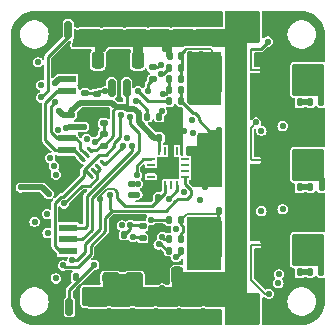
<source format=gbr>
%TF.GenerationSoftware,KiCad,Pcbnew,7.0.7*%
%TF.CreationDate,2023-12-28T18:43:45-05:00*%
%TF.ProjectId,O32controller,4f333263-6f6e-4747-926f-6c6c65722e6b,3*%
%TF.SameCoordinates,Original*%
%TF.FileFunction,Copper,L4,Bot*%
%TF.FilePolarity,Positive*%
%FSLAX46Y46*%
G04 Gerber Fmt 4.6, Leading zero omitted, Abs format (unit mm)*
G04 Created by KiCad (PCBNEW 7.0.7) date 2023-12-28 18:43:45*
%MOMM*%
%LPD*%
G01*
G04 APERTURE LIST*
G04 Aperture macros list*
%AMRoundRect*
0 Rectangle with rounded corners*
0 $1 Rounding radius*
0 $2 $3 $4 $5 $6 $7 $8 $9 X,Y pos of 4 corners*
0 Add a 4 corners polygon primitive as box body*
4,1,4,$2,$3,$4,$5,$6,$7,$8,$9,$2,$3,0*
0 Add four circle primitives for the rounded corners*
1,1,$1+$1,$2,$3*
1,1,$1+$1,$4,$5*
1,1,$1+$1,$6,$7*
1,1,$1+$1,$8,$9*
0 Add four rect primitives between the rounded corners*
20,1,$1+$1,$2,$3,$4,$5,0*
20,1,$1+$1,$4,$5,$6,$7,0*
20,1,$1+$1,$6,$7,$8,$9,0*
20,1,$1+$1,$8,$9,$2,$3,0*%
G04 Aperture macros list end*
%TA.AperFunction,SMDPad,CuDef*%
%ADD10RoundRect,0.150000X0.150000X-0.600000X0.150000X0.600000X-0.150000X0.600000X-0.150000X-0.600000X0*%
%TD*%
%TA.AperFunction,SMDPad,CuDef*%
%ADD11RoundRect,0.140000X0.140000X0.170000X-0.140000X0.170000X-0.140000X-0.170000X0.140000X-0.170000X0*%
%TD*%
%TA.AperFunction,ComponentPad*%
%ADD12RoundRect,0.269607X-1.105393X-1.105393X1.105393X-1.105393X1.105393X1.105393X-1.105393X1.105393X0*%
%TD*%
%TA.AperFunction,SMDPad,CuDef*%
%ADD13RoundRect,0.135000X0.135000X0.185000X-0.135000X0.185000X-0.135000X-0.185000X0.135000X-0.185000X0*%
%TD*%
%TA.AperFunction,SMDPad,CuDef*%
%ADD14RoundRect,0.250000X-0.475000X0.250000X-0.475000X-0.250000X0.475000X-0.250000X0.475000X0.250000X0*%
%TD*%
%TA.AperFunction,SMDPad,CuDef*%
%ADD15RoundRect,0.135000X-0.135000X-0.185000X0.135000X-0.185000X0.135000X0.185000X-0.135000X0.185000X0*%
%TD*%
%TA.AperFunction,SMDPad,CuDef*%
%ADD16RoundRect,0.140000X-0.140000X-0.170000X0.140000X-0.170000X0.140000X0.170000X-0.140000X0.170000X0*%
%TD*%
%TA.AperFunction,SMDPad,CuDef*%
%ADD17RoundRect,0.250000X0.475000X-0.250000X0.475000X0.250000X-0.475000X0.250000X-0.475000X-0.250000X0*%
%TD*%
%TA.AperFunction,SMDPad,CuDef*%
%ADD18C,0.250000*%
%TD*%
%TA.AperFunction,SMDPad,CuDef*%
%ADD19R,0.600000X0.250000*%
%TD*%
%TA.AperFunction,SMDPad,CuDef*%
%ADD20R,0.711200X0.254000*%
%TD*%
%TA.AperFunction,SMDPad,CuDef*%
%ADD21R,0.254000X0.711200*%
%TD*%
%TA.AperFunction,SMDPad,CuDef*%
%ADD22R,1.701800X1.701800*%
%TD*%
%TA.AperFunction,SMDPad,CuDef*%
%ADD23RoundRect,0.135000X-0.185000X0.135000X-0.185000X-0.135000X0.185000X-0.135000X0.185000X0.135000X0*%
%TD*%
%TA.AperFunction,SMDPad,CuDef*%
%ADD24RoundRect,0.050000X0.272236X-0.130815X-0.130815X0.272236X-0.272236X0.130815X0.130815X-0.272236X0*%
%TD*%
%TA.AperFunction,SMDPad,CuDef*%
%ADD25RoundRect,0.140000X0.170000X-0.140000X0.170000X0.140000X-0.170000X0.140000X-0.170000X-0.140000X0*%
%TD*%
%TA.AperFunction,SMDPad,CuDef*%
%ADD26RoundRect,0.140000X-0.170000X0.140000X-0.170000X-0.140000X0.170000X-0.140000X0.170000X0.140000X0*%
%TD*%
%TA.AperFunction,SMDPad,CuDef*%
%ADD27RoundRect,0.250000X0.250000X0.475000X-0.250000X0.475000X-0.250000X-0.475000X0.250000X-0.475000X0*%
%TD*%
%TA.AperFunction,SMDPad,CuDef*%
%ADD28R,1.550000X0.600000*%
%TD*%
%TA.AperFunction,SMDPad,CuDef*%
%ADD29R,1.800000X1.200000*%
%TD*%
%TA.AperFunction,SMDPad,CuDef*%
%ADD30RoundRect,0.250000X0.600000X1.450000X-0.600000X1.450000X-0.600000X-1.450000X0.600000X-1.450000X0*%
%TD*%
%TA.AperFunction,SMDPad,CuDef*%
%ADD31RoundRect,0.150000X0.150000X0.600000X-0.150000X0.600000X-0.150000X-0.600000X0.150000X-0.600000X0*%
%TD*%
%TA.AperFunction,SMDPad,CuDef*%
%ADD32R,0.250000X0.500000*%
%TD*%
%TA.AperFunction,SMDPad,CuDef*%
%ADD33RoundRect,0.135000X0.185000X-0.135000X0.185000X0.135000X-0.185000X0.135000X-0.185000X-0.135000X0*%
%TD*%
%TA.AperFunction,ViaPad*%
%ADD34C,0.550000*%
%TD*%
%TA.AperFunction,Conductor*%
%ADD35C,0.250000*%
%TD*%
%TA.AperFunction,Conductor*%
%ADD36C,0.200000*%
%TD*%
%TA.AperFunction,Conductor*%
%ADD37C,0.500000*%
%TD*%
G04 APERTURE END LIST*
D10*
%TO.P,J5,1,Pin_1*%
%TO.N,+3.3V*%
X9985000Y20250000D03*
%TO.P,J5,2,Pin_2*%
%TO.N,/NTC_IN*%
X8715000Y20250000D03*
%TD*%
D11*
%TO.P,C58,2*%
%TO.N,GND*%
X4750000Y4250000D03*
%TO.P,C58,1*%
%TO.N,/NRST*%
X5710000Y4250000D03*
%TD*%
D12*
%TO.P,J3,1,Pin_1*%
%TO.N,GND*%
X25350000Y9950000D03*
%TD*%
%TO.P,J11,1,Pin_1*%
%TO.N,/Motor phase V/Motor*%
X25350000Y13750000D03*
%TD*%
%TO.P,J2,1,Pin_1*%
%TO.N,VBUS*%
X19950000Y25400000D03*
%TD*%
%TO.P,J4,1,Pin_1*%
%TO.N,GND*%
X25350000Y17150000D03*
%TD*%
%TO.P,J10,1,Pin_1*%
%TO.N,/Motor phase U/Motor*%
X25350000Y20950000D03*
%TD*%
%TO.P,J1,1,Pin_1*%
%TO.N,VBUS*%
X19950000Y1600000D03*
%TD*%
%TO.P,J12,1,Pin_1*%
%TO.N,/Motor phase W/Motor*%
X25350000Y6550000D03*
%TD*%
D13*
%TO.P,R24,1*%
%TO.N,/Motor phase V/SENSE_P*%
X14635000Y19150000D03*
%TO.P,R24,2*%
%TO.N,/OP_V_P*%
X13615000Y19150000D03*
%TD*%
D11*
%TO.P,C13,1*%
%TO.N,/Motor phase U/Motor*%
X26485000Y19050000D03*
%TO.P,C13,2*%
%TO.N,Net-(C13-Pad2)*%
X25525000Y19050000D03*
%TD*%
%TO.P,C18,1*%
%TO.N,VBUS*%
X18780000Y9850000D03*
%TO.P,C18,2*%
%TO.N,/Motor phase W/SENSE_P*%
X17820000Y9850000D03*
%TD*%
D14*
%TO.P,C50,1*%
%TO.N,VBUS*%
X15000000Y2650000D03*
%TO.P,C50,2*%
%TO.N,GND*%
X15000000Y750000D03*
%TD*%
D15*
%TO.P,R9,1*%
%TO.N,GND*%
X11640000Y10950000D03*
%TO.P,R9,2*%
%TO.N,/SPI_MISO*%
X12660000Y10950000D03*
%TD*%
D13*
%TO.P,R15,1*%
%TO.N,/Motor phase U/SENSE_P*%
X14635000Y21990000D03*
%TO.P,R15,2*%
%TO.N,/OP_U_P*%
X13615000Y21990000D03*
%TD*%
D16*
%TO.P,C11,1*%
%TO.N,+3.3V*%
X12770000Y16050000D03*
%TO.P,C11,2*%
%TO.N,GND*%
X13730000Y16050000D03*
%TD*%
D17*
%TO.P,C45,1*%
%TO.N,VBUS*%
X9000000Y24350000D03*
%TO.P,C45,2*%
%TO.N,GND*%
X9000000Y26250000D03*
%TD*%
D18*
%TO.P,NT3,1,1*%
%TO.N,/Motor phase W/Sense_N*%
X20600000Y7000000D03*
D19*
X20900000Y7000000D03*
D18*
%TO.P,NT3,2,2*%
%TO.N,GND*%
X21200000Y7000000D03*
%TD*%
%TO.P,NT1,1,1*%
%TO.N,/Motor phase U/Sense_N*%
X20550000Y21800000D03*
D19*
X20850000Y21800000D03*
D18*
%TO.P,NT1,2,2*%
%TO.N,GND*%
X21150000Y21800000D03*
%TD*%
D17*
%TO.P,C42,1*%
%TO.N,VBUS*%
X15000000Y24350000D03*
%TO.P,C42,2*%
%TO.N,GND*%
X15000000Y26250000D03*
%TD*%
D16*
%TO.P,C12,1*%
%TO.N,VBUS*%
X13645000Y22950000D03*
%TO.P,C12,2*%
%TO.N,/Motor phase U/SENSE_P*%
X14605000Y22950000D03*
%TD*%
D11*
%TO.P,C19,1*%
%TO.N,/Motor phase W/Motor*%
X26480000Y4650000D03*
%TO.P,C19,2*%
%TO.N,Net-(C19-Pad2)*%
X25520000Y4650000D03*
%TD*%
D20*
%TO.P,U3,1,SSD*%
%TO.N,unconnected-(U3-SSD-Pad1)*%
X14950000Y14250001D03*
%TO.P,U3,2,A*%
%TO.N,unconnected-(U3-A-Pad2)*%
X14950000Y13750000D03*
%TO.P,U3,3,Z*%
%TO.N,unconnected-(U3-Z-Pad3)*%
X14950000Y13250000D03*
%TO.P,U3,4,MOSI*%
%TO.N,/SPI_MOSI*%
X14950000Y12749999D03*
D21*
%TO.P,U3,5,CS*%
%TO.N,/~{MAG1_CS}*%
X14250001Y12050000D03*
%TO.P,U3,6,B*%
%TO.N,unconnected-(U3-B-Pad6)*%
X13750000Y12050000D03*
%TO.P,U3,7,MISO*%
%TO.N,/SPI_MISO*%
X13250000Y12050000D03*
%TO.P,U3,8,GND*%
%TO.N,GND*%
X12749999Y12050000D03*
D20*
%TO.P,U3,9,PWM*%
%TO.N,unconnected-(U3-PWM-Pad9)*%
X12050000Y12749999D03*
%TO.P,U3,10,TEST*%
%TO.N,GND*%
X12050000Y13250000D03*
%TO.P,U3,11,MGL*%
%TO.N,unconnected-(U3-MGL-Pad11)*%
X12050000Y13750000D03*
%TO.P,U3,12,SCLK*%
%TO.N,/SPI_SCLK*%
X12050000Y14250001D03*
D21*
%TO.P,U3,13,VDD*%
%TO.N,+3.3V*%
X12749999Y14950000D03*
%TO.P,U3,14,NC*%
%TO.N,unconnected-(U3-NC-Pad14)*%
X13250000Y14950000D03*
%TO.P,U3,15,SSCK*%
%TO.N,GND*%
X13750000Y14950000D03*
%TO.P,U3,16,MGH*%
%TO.N,unconnected-(U3-MGH-Pad16)*%
X14250001Y14950000D03*
D22*
%TO.P,U3,17,PAD*%
%TO.N,GND*%
X13500000Y13500000D03*
%TD*%
D23*
%TO.P,R17,1*%
%TO.N,/Motor phase U/Sense_N*%
X12200000Y22010000D03*
%TO.P,R17,2*%
%TO.N,/OP_U_N*%
X12200000Y20990000D03*
%TD*%
D24*
%TO.P,U2,1,R*%
%TO.N,/USART_RX*%
X7953589Y13957071D03*
%TO.P,U2,2,~{RE}*%
%TO.N,/USART_DE*%
X7600036Y13603518D03*
%TO.P,U2,3,DE*%
X7246482Y13249964D03*
%TO.P,U2,4,D*%
%TO.N,USART_TX*%
X6892929Y12896411D03*
%TO.P,U2,5,GND*%
%TO.N,GND*%
X5846411Y13942929D03*
%TO.P,U2,6,A*%
%TO.N,/RS485_A*%
X6199964Y14296482D03*
%TO.P,U2,7,B*%
%TO.N,/RS485_B*%
X6553518Y14650036D03*
%TO.P,U2,8,VCC*%
%TO.N,+3.3V*%
X6907071Y15003589D03*
%TD*%
D25*
%TO.P,C9,1*%
%TO.N,/NTC_IN*%
X6500000Y19820000D03*
%TO.P,C9,2*%
%TO.N,GND*%
X6500000Y20780000D03*
%TD*%
D17*
%TO.P,C43,1*%
%TO.N,VBUS*%
X13000000Y24350000D03*
%TO.P,C43,2*%
%TO.N,GND*%
X13000000Y26250000D03*
%TD*%
D15*
%TO.P,R5,1*%
%TO.N,/OC_COMP*%
X13615000Y20100000D03*
%TO.P,R5,2*%
%TO.N,/Motor phase V/SENSE_P*%
X14635000Y20100000D03*
%TD*%
D26*
%TO.P,C8,1*%
%TO.N,/VBOOTW*%
X10450000Y12130000D03*
%TO.P,C8,2*%
%TO.N,/OUTW*%
X10450000Y11170000D03*
%TD*%
D14*
%TO.P,C53,1*%
%TO.N,VBUS*%
X9000000Y2650000D03*
%TO.P,C53,2*%
%TO.N,GND*%
X9000000Y750000D03*
%TD*%
D17*
%TO.P,C46,1*%
%TO.N,VBUS*%
X7000000Y24350000D03*
%TO.P,C46,2*%
%TO.N,GND*%
X7000000Y26250000D03*
%TD*%
%TO.P,C44,1*%
%TO.N,VBUS*%
X11000000Y24350000D03*
%TO.P,C44,2*%
%TO.N,GND*%
X11000000Y26250000D03*
%TD*%
D27*
%TO.P,C48,1*%
%TO.N,VBUS*%
X7550000Y22600000D03*
%TO.P,C48,2*%
%TO.N,GND*%
X5650000Y22600000D03*
%TD*%
D13*
%TO.P,R33,1*%
%TO.N,/Motor phase W/SENSE_P*%
X14610000Y7500000D03*
%TO.P,R33,2*%
%TO.N,/OP_W_P*%
X13590000Y7500000D03*
%TD*%
D27*
%TO.P,C47,1*%
%TO.N,VBUS*%
X10950000Y22600000D03*
%TO.P,C47,2*%
%TO.N,GND*%
X9050000Y22600000D03*
%TD*%
D23*
%TO.P,R25,1*%
%TO.N,GND*%
X6300000Y18010000D03*
%TO.P,R25,2*%
%TO.N,/OP_V_P*%
X6300000Y16990000D03*
%TD*%
D28*
%TO.P,J6,1,1*%
%TO.N,USART_TX*%
X5000000Y6450000D03*
%TO.P,J6,2,2*%
%TO.N,SWD_IO*%
X5000000Y7450000D03*
%TO.P,J6,3,3*%
%TO.N,SWD_CLK*%
X5000000Y8450000D03*
%TO.P,J6,4,4*%
%TO.N,GND*%
X5000000Y9450000D03*
D29*
%TO.P,J6,S1,SHIELD*%
X1125000Y5150000D03*
%TO.P,J6,S2,SHIELD*%
X1125000Y10750000D03*
%TD*%
D11*
%TO.P,C16,1*%
%TO.N,/Motor phase V/Motor*%
X26500000Y11850000D03*
%TO.P,C16,2*%
%TO.N,Net-(C16-Pad2)*%
X25540000Y11850000D03*
%TD*%
D30*
%TO.P,R36,1*%
%TO.N,GND*%
X22650000Y7450000D03*
%TO.P,R36,2*%
%TO.N,/Motor phase W/SENSE_P*%
X17250000Y7450000D03*
%TD*%
D14*
%TO.P,C52,1*%
%TO.N,VBUS*%
X11000000Y2650000D03*
%TO.P,C52,2*%
%TO.N,GND*%
X11000000Y750000D03*
%TD*%
D23*
%TO.P,R34,1*%
%TO.N,GND*%
X8050000Y18310000D03*
%TO.P,R34,2*%
%TO.N,/OP_W_P*%
X8050000Y17290000D03*
%TD*%
D31*
%TO.P,TP3,1,1*%
%TO.N,/NRST*%
X5150000Y1750000D03*
%TD*%
D28*
%TO.P,J9,1,1*%
%TO.N,/RS485_A*%
X4980000Y15000000D03*
%TO.P,J9,2,2*%
%TO.N,/RS485_B*%
X4980000Y16000000D03*
D29*
%TO.P,J9,S1,Shield*%
%TO.N,GND*%
X1105000Y13700000D03*
%TO.P,J9,S2,Shield*%
X1105000Y17300000D03*
%TD*%
D13*
%TO.P,R21,1*%
%TO.N,Net-(C16-Pad2)*%
X24660000Y11850000D03*
%TO.P,R21,2*%
%TO.N,GND*%
X23640000Y11850000D03*
%TD*%
D17*
%TO.P,C56,1*%
%TO.N,VBUS*%
X10650000Y4150000D03*
%TO.P,C56,2*%
%TO.N,GND*%
X10650000Y6050000D03*
%TD*%
D11*
%TO.P,C15,1*%
%TO.N,VBUS*%
X18750000Y16650000D03*
%TO.P,C15,2*%
%TO.N,/Motor phase V/SENSE_P*%
X17790000Y16650000D03*
%TD*%
D15*
%TO.P,R3,1*%
%TO.N,/OC_COMP*%
X13615000Y21040000D03*
%TO.P,R3,2*%
%TO.N,/Motor phase U/SENSE_P*%
X14635000Y21040000D03*
%TD*%
D23*
%TO.P,R14,1*%
%TO.N,/OP_U_P*%
X11350000Y8560000D03*
%TO.P,R14,2*%
%TO.N,+3.3V*%
X11350000Y7540000D03*
%TD*%
D14*
%TO.P,C51,1*%
%TO.N,VBUS*%
X13000000Y2650000D03*
%TO.P,C51,2*%
%TO.N,GND*%
X13000000Y750000D03*
%TD*%
D13*
%TO.P,R30,1*%
%TO.N,Net-(C19-Pad2)*%
X24660000Y4650000D03*
%TO.P,R30,2*%
%TO.N,GND*%
X23640000Y4650000D03*
%TD*%
D23*
%TO.P,R32,1*%
%TO.N,/OP_W_P*%
X8050000Y16410000D03*
%TO.P,R32,2*%
%TO.N,+3.3V*%
X8050000Y15390000D03*
%TD*%
D13*
%TO.P,R26,1*%
%TO.N,/Motor phase V/Sense_N*%
X12760000Y17850000D03*
%TO.P,R26,2*%
%TO.N,/OP_V_N*%
X11740000Y17850000D03*
%TD*%
D28*
%TO.P,J8,1,1*%
%TO.N,/RS485_A*%
X4980000Y20000000D03*
%TO.P,J8,2,2*%
%TO.N,/RS485_B*%
X4980000Y21000000D03*
D29*
%TO.P,J8,S1,Shield*%
%TO.N,GND*%
X1105000Y18700000D03*
%TO.P,J8,S2,Shield*%
X1105000Y22300000D03*
%TD*%
D15*
%TO.P,R6,1*%
%TO.N,/OC_COMP*%
X13590000Y9100000D03*
%TO.P,R6,2*%
%TO.N,/Motor phase W/SENSE_P*%
X14610000Y9100000D03*
%TD*%
D30*
%TO.P,R18,1*%
%TO.N,GND*%
X22650000Y21450000D03*
%TO.P,R18,2*%
%TO.N,/Motor phase U/SENSE_P*%
X17250000Y21450000D03*
%TD*%
D13*
%TO.P,R35,1*%
%TO.N,/Motor phase W/Sense_N*%
X14610000Y6500000D03*
%TO.P,R35,2*%
%TO.N,/OP_W_N*%
X13590000Y6500000D03*
%TD*%
D17*
%TO.P,C41,1*%
%TO.N,VBUS*%
X17000000Y24350000D03*
%TO.P,C41,2*%
%TO.N,GND*%
X17000000Y26250000D03*
%TD*%
D14*
%TO.P,C54,1*%
%TO.N,VBUS*%
X7000000Y2650000D03*
%TO.P,C54,2*%
%TO.N,GND*%
X7000000Y750000D03*
%TD*%
D32*
%TO.P,D2,1*%
%TO.N,VBUS*%
X19975000Y9850000D03*
%TO.P,D2,2*%
%TO.N,GND*%
X20625000Y9850000D03*
%TD*%
D15*
%TO.P,R16,1*%
%TO.N,GND*%
X8790000Y7850000D03*
%TO.P,R16,2*%
%TO.N,/OP_U_P*%
X9810000Y7850000D03*
%TD*%
D13*
%TO.P,R12,1*%
%TO.N,Net-(C13-Pad2)*%
X24665000Y19050000D03*
%TO.P,R12,2*%
%TO.N,GND*%
X23645000Y19050000D03*
%TD*%
D23*
%TO.P,R7,1*%
%TO.N,GND*%
X7450000Y20810000D03*
%TO.P,R7,2*%
%TO.N,/NTC_IN*%
X7450000Y19790000D03*
%TD*%
D17*
%TO.P,C57,1*%
%TO.N,VBUS*%
X8650000Y4150000D03*
%TO.P,C57,2*%
%TO.N,GND*%
X8650000Y6050000D03*
%TD*%
D27*
%TO.P,C55,1*%
%TO.N,VBUS*%
X14300000Y4400000D03*
%TO.P,C55,2*%
%TO.N,GND*%
X12400000Y4400000D03*
%TD*%
D31*
%TO.P,TP1,1,1*%
%TO.N,/LED_STATUS*%
X5050000Y25200000D03*
%TD*%
D33*
%TO.P,R23,1*%
%TO.N,/OP_V_P*%
X5300000Y16990000D03*
%TO.P,R23,2*%
%TO.N,+3.3V*%
X5300000Y18010000D03*
%TD*%
D18*
%TO.P,NT2,1,1*%
%TO.N,/Motor phase V/Sense_N*%
X20600000Y14150000D03*
D19*
X20900000Y14150000D03*
D18*
%TO.P,NT2,2,2*%
%TO.N,GND*%
X21200000Y14150000D03*
%TD*%
D14*
%TO.P,C49,1*%
%TO.N,VBUS*%
X17000000Y2650000D03*
%TO.P,C49,2*%
%TO.N,GND*%
X17000000Y750000D03*
%TD*%
D30*
%TO.P,R27,1*%
%TO.N,GND*%
X22650000Y14250000D03*
%TO.P,R27,2*%
%TO.N,/Motor phase V/SENSE_P*%
X17250000Y14250000D03*
%TD*%
D34*
%TO.N,/Motor phase W/SENSE_P*%
X15340000Y5380000D03*
%TO.N,/Motor phase U/SENSE_P*%
X17230000Y19330000D03*
%TO.N,/Motor phase W/SENSE_P*%
X17210000Y5370000D03*
X16750000Y5100000D03*
X16750000Y5640000D03*
X15810000Y5110000D03*
X16290000Y5370000D03*
X15350000Y5910000D03*
X15810000Y5640000D03*
X16280000Y5900000D03*
X15350000Y6440000D03*
X15820000Y6170000D03*
X16290000Y6430000D03*
X15810000Y8840000D03*
X15820000Y6700000D03*
X15820000Y7240000D03*
X15820000Y8310000D03*
X15820000Y7780000D03*
X16290000Y8040000D03*
X16280000Y9100000D03*
X16290000Y6960000D03*
X16290000Y7500000D03*
X16290000Y8570000D03*
X15350000Y6970000D03*
X15340000Y8570000D03*
X15340000Y8040000D03*
X15330000Y9100000D03*
X15340000Y7500000D03*
%TO.N,/Motor phase V/SENSE_P*%
X15260000Y14850000D03*
X16660000Y11890000D03*
X15730000Y12450000D03*
X15730000Y13520000D03*
X15740000Y12990000D03*
X17130000Y12150000D03*
X16680000Y12430000D03*
X16200000Y12180000D03*
X16680000Y12970000D03*
X16210000Y12710000D03*
X16680000Y13510000D03*
X16210000Y13250000D03*
X15730000Y14580000D03*
X16210000Y14320000D03*
X15740000Y14050000D03*
X16210000Y13790000D03*
X16680000Y14050000D03*
X16680000Y14600000D03*
X17140000Y15920000D03*
X16670000Y16190000D03*
X16200000Y15400000D03*
X16200000Y15930000D03*
X16670000Y15130000D03*
X15730000Y15120000D03*
X16670000Y15660000D03*
X16200000Y14850000D03*
%TO.N,/Motor phase U/SENSE_P*%
X16770000Y19060000D03*
X16770000Y19600000D03*
X15840000Y19070000D03*
X15840000Y20140000D03*
X15840000Y21220000D03*
X15840000Y22300000D03*
X15840000Y19600000D03*
X15370000Y19870000D03*
X16310000Y19330000D03*
X15370000Y19330000D03*
X16310000Y19870000D03*
X15840000Y20680000D03*
X15370000Y20950000D03*
X16310000Y20410000D03*
X15370000Y20410000D03*
X16310000Y20950000D03*
X15840000Y21760000D03*
X15370000Y22030000D03*
X16310000Y21490000D03*
X15370000Y21490000D03*
X16310000Y22030000D03*
%TO.N,GND*%
X850000Y18150000D03*
%TO.N,/Motor phase W/Sense_N*%
X14200000Y5950000D03*
X22050000Y2850000D03*
%TO.N,/Motor phase V/Sense_N*%
X12950000Y18300000D03*
X20950000Y17350000D03*
%TO.N,/Motor phase U/Sense_N*%
X21950000Y24200000D03*
X12908628Y22241372D03*
%TO.N,VBUS*%
X18550000Y6500000D03*
X13000000Y3300000D03*
X18550000Y4050000D03*
X19950000Y21800000D03*
X19950000Y13500000D03*
X18550000Y20500000D03*
X11150000Y23600000D03*
X19900000Y6550000D03*
X19950000Y8950000D03*
X19950000Y18050000D03*
X19950000Y12150000D03*
X3300000Y8000000D03*
X18550000Y13500000D03*
X19950000Y15950000D03*
X19950000Y20500000D03*
X19950000Y22950000D03*
X8150000Y4200000D03*
X19950000Y4050000D03*
X18550000Y5200000D03*
X19950000Y5200000D03*
X18550000Y19150000D03*
X18950000Y18250000D03*
X19950000Y14800000D03*
X3850000Y13650000D03*
X15000000Y3300000D03*
X18550000Y21800000D03*
X18550000Y14800000D03*
X11000000Y3300000D03*
X19950000Y19200000D03*
X9000000Y3300000D03*
X18850000Y15750000D03*
X8000000Y23600000D03*
X18550000Y7800000D03*
X19950000Y11050000D03*
X13275000Y23550000D03*
X18550000Y12150000D03*
X19950000Y7800000D03*
%TO.N,+3.3V*%
X2750000Y20500000D03*
X2500000Y22450000D03*
X10550000Y7650000D03*
X4250000Y18350000D03*
X3400000Y11300000D03*
X1025000Y11850000D03*
X4000000Y4150000D03*
%TO.N,/OP_V_P*%
X10950000Y20025000D03*
X4850000Y16900000D03*
%TO.N,/OP_V_N*%
X4150000Y16750000D03*
X10800000Y19200000D03*
%TO.N,/NRST*%
X3994622Y12944622D03*
X7250000Y5300000D03*
%TO.N,/OP_U_N*%
X9580000Y8630000D03*
X11800000Y20000000D03*
%TO.N,/OP_U_P*%
X10300000Y8700000D03*
X12925000Y21475000D03*
%TO.N,/OC_COMP*%
X13100000Y19800000D03*
X12050000Y9100000D03*
%TO.N,GND*%
X16500000Y1350000D03*
X2450000Y13200000D03*
X12875000Y8400000D03*
X13750000Y25650000D03*
X8400000Y5300000D03*
X5850000Y25650000D03*
X9800000Y25650000D03*
X10800000Y21025000D03*
X7850000Y25650000D03*
X4825500Y9325500D03*
X900000Y4225000D03*
X14450000Y1350000D03*
X10800000Y5300000D03*
X7075000Y4025000D03*
X14850000Y16650000D03*
X8850000Y21625000D03*
X7450000Y18000000D03*
X10500000Y1400000D03*
X15750000Y25650000D03*
X9250000Y9300000D03*
X2388180Y7800500D03*
X600000Y23300000D03*
X13700000Y18350000D03*
X11800000Y25650000D03*
X3250000Y10500000D03*
X8500000Y1400000D03*
X3200000Y12750000D03*
X6500000Y1400000D03*
X13250000Y5300000D03*
X12450000Y1350000D03*
X6600000Y21625000D03*
%TO.N,SWD_IO*%
X10300000Y17825000D03*
%TO.N,SWD_CLK*%
X10425000Y15375000D03*
%TO.N,/OP_W_P*%
X13000000Y7675000D03*
X7300000Y15700000D03*
%TO.N,/OP_W_N*%
X12700000Y7025000D03*
X6600000Y15950000D03*
%TO.N,/Motor phase U/GH_MOS*%
X21400000Y16650000D03*
X15580000Y16460000D03*
%TO.N,/Motor phase V/GH_MOS*%
X16200000Y10750000D03*
X21400000Y9850000D03*
%TO.N,/Motor phase W/GH_MOS*%
X14150000Y8350000D03*
X22850000Y3750000D03*
%TO.N,/OUTU*%
X15550000Y17550000D03*
X23200000Y17050000D03*
%TO.N,/VBOOTW*%
X10950000Y12150000D03*
%TO.N,/OUTV*%
X14850000Y11450000D03*
X23200000Y10000000D03*
%TO.N,/OUTW*%
X22900000Y4500000D03*
X10900000Y11250000D03*
%TO.N,/Motor phase U/SENSE_P*%
X16310000Y23110000D03*
X15370000Y22570000D03*
X16310000Y22570000D03*
X15370000Y23110000D03*
X15840000Y22840000D03*
%TO.N,/USART_RX*%
X9650000Y15400000D03*
%TO.N,/~{MAG1_CS}*%
X3500000Y14350000D03*
X13550000Y10900000D03*
%TO.N,/LED_STATUS*%
X2749115Y19474755D03*
%TO.N,/RS485_B*%
X3950000Y19050000D03*
X3950000Y20700000D03*
%TO.N,/SPI_MOSI*%
X8600000Y11200000D03*
X4600000Y5250000D03*
%TO.N,/SPI_MISO*%
X7750000Y10850000D03*
X5400000Y5700000D03*
%TO.N,/SPI_SCLK*%
X10850000Y12900000D03*
%TO.N,USART_TX*%
X9550000Y17950000D03*
%TO.N,/USART_DE*%
X4700000Y10500000D03*
%TO.N,/NTC_IN*%
X3250000Y9600000D03*
X8150000Y19975000D03*
%TO.N,/~{MAG2_CS}*%
X2200000Y8950000D03*
X10050000Y16050000D03*
%TD*%
D35*
%TO.N,/Motor phase V/SENSE_P*%
X17790000Y16650000D02*
X17000000Y16650000D01*
X16125000Y17788173D02*
X15788173Y18125000D01*
X16125000Y17525000D02*
X16125000Y17788173D01*
X15788173Y18125000D02*
X15635000Y18125000D01*
X17000000Y16650000D02*
X16125000Y17525000D01*
X15635000Y18125000D02*
X14610000Y19150000D01*
X14610000Y19150000D02*
X14610000Y20150000D01*
%TO.N,SWD_CLK*%
X5000000Y8450000D02*
X6500000Y8450000D01*
X6500000Y8450000D02*
X6600000Y8550000D01*
X6600000Y8550000D02*
X6600000Y11120000D01*
X10425000Y14945000D02*
X10425000Y15375000D01*
X6600000Y11120000D02*
X10425000Y14945000D01*
%TO.N,/USART_DE*%
X4700000Y10500000D02*
X6200000Y12000000D01*
X6200000Y12000000D02*
X6876346Y12000000D01*
X6876346Y12000000D02*
X7500166Y12623820D01*
X7500166Y12623820D02*
X7500166Y12996280D01*
X7500166Y12996280D02*
X7246482Y13249964D01*
%TO.N,SWD_IO*%
X5000000Y7450000D02*
X6250000Y7450000D01*
X6250000Y7450000D02*
X7050000Y8250000D01*
X11050000Y16500000D02*
X10300000Y17250000D01*
X7050000Y8250000D02*
X7050000Y10972290D01*
X11050000Y14972290D02*
X11050000Y16500000D01*
X7050000Y10972290D02*
X11050000Y14972290D01*
X10300000Y17250000D02*
X10300000Y17825000D01*
%TO.N,/OP_W_N*%
X12700000Y7025000D02*
X12900000Y7025000D01*
X12900000Y7025000D02*
X13425000Y6500000D01*
X13425000Y6500000D02*
X13590000Y6500000D01*
%TO.N,/OP_V_P*%
X10950000Y20025000D02*
X11825000Y19150000D01*
X11825000Y19150000D02*
X13590000Y19150000D01*
%TO.N,/Motor phase U/Sense_N*%
X12908628Y22241372D02*
X12781084Y22241372D01*
X12781084Y22241372D02*
X12549712Y22010000D01*
X12549712Y22010000D02*
X12200000Y22010000D01*
%TO.N,/SPI_SCLK*%
X10850000Y12900000D02*
X10850000Y13682600D01*
X10850000Y13682600D02*
X11417401Y14250001D01*
X11417401Y14250001D02*
X12050000Y14250001D01*
%TO.N,/SPI_MOSI*%
X4600000Y5250000D02*
X4710000Y5140000D01*
X4710000Y5140000D02*
X5876396Y5140000D01*
X5876396Y5140000D02*
X6950000Y6213604D01*
X6950000Y6877208D02*
X8200000Y8127208D01*
X6950000Y6213604D02*
X6950000Y6877208D01*
X8200000Y8127208D02*
X8200000Y9300000D01*
X8200000Y9300000D02*
X8775000Y9875000D01*
%TO.N,/Motor phase W/Sense_N*%
X14610000Y6360000D02*
X14200000Y5950000D01*
X14610000Y6500000D02*
X14610000Y6360000D01*
D36*
X20550000Y4016332D02*
X20550000Y6950000D01*
X21716332Y2850000D02*
X20550000Y4016332D01*
X22050000Y2850000D02*
X21716332Y2850000D01*
%TO.N,/Motor phase V/Sense_N*%
X20972182Y17350000D02*
X20950000Y17350000D01*
X12760000Y17850000D02*
X12760000Y18110000D01*
X20500000Y14250000D02*
X20500000Y16877818D01*
X12760000Y18110000D02*
X12950000Y18300000D01*
X20600000Y14150000D02*
X20500000Y14250000D01*
X20500000Y16877818D02*
X20972182Y17350000D01*
D35*
%TO.N,/Motor phase U/Sense_N*%
X21350000Y23600000D02*
X21950000Y24200000D01*
D36*
X20550000Y21850000D02*
X20550000Y21800000D01*
X20500000Y21900000D02*
X20550000Y21850000D01*
X20500000Y23600000D02*
X20500000Y21900000D01*
D35*
X20500000Y23600000D02*
X21350000Y23600000D01*
D37*
%TO.N,/Motor phase U/Motor*%
X26485000Y19815000D02*
X25350000Y20950000D01*
X26485000Y19050000D02*
X26485000Y19815000D01*
%TO.N,/Motor phase V/Motor*%
X26500000Y11850000D02*
X26500000Y12600000D01*
X26500000Y12600000D02*
X25350000Y13750000D01*
%TO.N,/Motor phase W/Motor*%
X26480000Y5420000D02*
X25350000Y6550000D01*
X26480000Y4650000D02*
X26480000Y5420000D01*
%TO.N,VBUS*%
X8000000Y23600000D02*
X7950000Y23600000D01*
X8000000Y23600000D02*
X7575000Y23600000D01*
X13275000Y24075000D02*
X13000000Y24350000D01*
X13440000Y23550000D02*
X13620000Y23730000D01*
X10950000Y22600000D02*
X10800000Y22750000D01*
X11150000Y23600000D02*
X11150000Y22800000D01*
X11150000Y24200000D02*
X11000000Y24350000D01*
X13275000Y23550000D02*
X13440000Y23550000D01*
X13620000Y23730000D02*
X13000000Y24350000D01*
X7575000Y23600000D02*
X7550000Y23575000D01*
X13275000Y23550000D02*
X13275000Y24075000D01*
X7550000Y23200000D02*
X7550000Y22600000D01*
X10650000Y4150000D02*
X10650000Y3000000D01*
X7550000Y23575000D02*
X7550000Y23800000D01*
X11150000Y23600000D02*
X11150000Y24200000D01*
X14300000Y4400000D02*
X14300000Y3350000D01*
X10800000Y24150000D02*
X11000000Y24350000D01*
X8000000Y23600000D02*
X8000000Y23625000D01*
X7550000Y23800000D02*
X7000000Y24350000D01*
X10650000Y3000000D02*
X11000000Y2650000D01*
X19341350Y24791350D02*
X19950000Y25400000D01*
X14300000Y3350000D02*
X15000000Y2650000D01*
X10800000Y22750000D02*
X10800000Y24150000D01*
X19850000Y25300000D02*
X19950000Y25400000D01*
X8000000Y23625000D02*
X8725000Y24350000D01*
X13620000Y22950000D02*
X13620000Y23730000D01*
X8725000Y24350000D02*
X9000000Y24350000D01*
X7950000Y23600000D02*
X7550000Y23200000D01*
X11150000Y22800000D02*
X10950000Y22600000D01*
X7550000Y22600000D02*
X7550000Y23575000D01*
D35*
%TO.N,+3.3V*%
X8850000Y18392685D02*
X8982315Y18525000D01*
D37*
X5300000Y18010000D02*
X5300000Y18300000D01*
X12350000Y16050000D02*
X12770000Y16050000D01*
X5300000Y18300000D02*
X6030000Y19030000D01*
D35*
X12770000Y16050000D02*
X12770000Y14970001D01*
D37*
X11000000Y17400000D02*
X12350000Y16050000D01*
X10010050Y18525000D02*
X10589950Y18525000D01*
D35*
X9985000Y20250000D02*
X9985000Y18749950D01*
D37*
X9107315Y18650000D02*
X9885050Y18650000D01*
D35*
X8050000Y15390000D02*
X7803173Y15390000D01*
X12770000Y14970001D02*
X12749999Y14950000D01*
X10590000Y7690000D02*
X10550000Y7650000D01*
X7803173Y15390000D02*
X7416762Y15003589D01*
D37*
X9885050Y18650000D02*
X10010050Y18525000D01*
X6030000Y19030000D02*
X8720000Y19030000D01*
D35*
X11350000Y7690000D02*
X10590000Y7690000D01*
D37*
X2850000Y11850000D02*
X1100000Y11850000D01*
X10589950Y18525000D02*
X11000000Y18114950D01*
X5300000Y18010000D02*
X4590000Y18010000D01*
X4590000Y18010000D02*
X4250000Y18350000D01*
D35*
X8050000Y15390000D02*
X8850000Y16190000D01*
D37*
X11000000Y18114950D02*
X11000000Y17400000D01*
X3400000Y11300000D02*
X2850000Y11850000D01*
D35*
X8850000Y16190000D02*
X8850000Y18392685D01*
D37*
X8720000Y19030000D02*
X8982315Y18767685D01*
D35*
X7416762Y15003589D02*
X6907071Y15003589D01*
X9985000Y18749950D02*
X9885050Y18650000D01*
D37*
%TO.N,/OP_V_P*%
X5300000Y16990000D02*
X6300000Y16990000D01*
D35*
X5210000Y16900000D02*
X5300000Y16990000D01*
X4850000Y16900000D02*
X5210000Y16900000D01*
%TO.N,/OP_V_N*%
X11740000Y17850000D02*
X11740000Y18436777D01*
X11026777Y19150000D02*
X10750000Y19150000D01*
X11740000Y18436777D02*
X11026777Y19150000D01*
%TO.N,/NRST*%
X5150000Y3200000D02*
X5150000Y1750000D01*
X7250000Y5300000D02*
X5150000Y3200000D01*
%TO.N,/OP_U_N*%
X11800000Y20000000D02*
X11800000Y20590000D01*
X11800000Y20590000D02*
X12200000Y20990000D01*
%TO.N,/OP_U_P*%
X12925000Y21475000D02*
X13054462Y21475000D01*
X13054462Y21475000D02*
X13569462Y21990000D01*
X10300000Y8340000D02*
X9810000Y7850000D01*
X11350000Y8710000D02*
X10310000Y8710000D01*
X13569462Y21990000D02*
X13590000Y21990000D01*
X10310000Y8710000D02*
X10300000Y8700000D01*
X10300000Y8700000D02*
X10300000Y8340000D01*
%TO.N,/OC_COMP*%
X13100000Y19800000D02*
X13290000Y19800000D01*
X13290000Y19800000D02*
X13590000Y20100000D01*
X12050000Y9100000D02*
X13590000Y9100000D01*
X13590000Y21040000D02*
X13590000Y20100000D01*
%TO.N,GND*%
X12050000Y13250000D02*
X13250000Y13250000D01*
D36*
X22550000Y14150000D02*
X22650000Y14250000D01*
D37*
X7600000Y18010000D02*
X7900000Y18310000D01*
D36*
X21200000Y14150000D02*
X22550000Y14150000D01*
D35*
X12749999Y12749999D02*
X13500000Y13500000D01*
X13730000Y14970000D02*
X13750000Y14950000D01*
X8790000Y8840000D02*
X9250000Y9300000D01*
X13250000Y13250000D02*
X13500000Y13500000D01*
D37*
X6300000Y18010000D02*
X7600000Y18010000D01*
D35*
X13750000Y14950000D02*
X13750000Y13750000D01*
X14850000Y16650000D02*
X14330000Y16650000D01*
D36*
X22300000Y21800000D02*
X22650000Y21450000D01*
X21150000Y7000000D02*
X22200000Y7000000D01*
X22200000Y7000000D02*
X22650000Y7450000D01*
D35*
X8790000Y7850000D02*
X8790000Y8840000D01*
D36*
X21150000Y21800000D02*
X22300000Y21800000D01*
D35*
X12749999Y12050000D02*
X12749999Y12749999D01*
X14330000Y16650000D02*
X13730000Y16050000D01*
X13750000Y13750000D02*
X13500000Y13500000D01*
X13730000Y16050000D02*
X13730000Y14970000D01*
%TO.N,/OP_W_P*%
X13175000Y7500000D02*
X13000000Y7675000D01*
X8050000Y16410000D02*
X8050000Y17140000D01*
X7340000Y15700000D02*
X8050000Y16410000D01*
X13590000Y7500000D02*
X13175000Y7500000D01*
X7300000Y15700000D02*
X7340000Y15700000D01*
X8050000Y17140000D02*
X7900000Y17290000D01*
%TO.N,/VBOOTW*%
X10350000Y12130000D02*
X10930000Y12130000D01*
X10930000Y12130000D02*
X10950000Y12150000D01*
%TO.N,/OUTW*%
X10820000Y11170000D02*
X10900000Y11250000D01*
X10350000Y11170000D02*
X10820000Y11170000D01*
D37*
%TO.N,Net-(C13-Pad2)*%
X25525000Y19050000D02*
X24665000Y19050000D01*
D35*
%TO.N,/Motor phase U/SENSE_P*%
X14610000Y21040000D02*
X14610000Y21990000D01*
X17300000Y21500000D02*
X17250000Y21450000D01*
D36*
X14950000Y23550000D02*
X17100000Y23550000D01*
D35*
X14650000Y23250000D02*
X14900000Y23500000D01*
D36*
X14900000Y23500000D02*
X14950000Y23550000D01*
X17100000Y23550000D02*
X17250000Y23400000D01*
X17250000Y23400000D02*
X17250000Y23200000D01*
D35*
X17250000Y23200000D02*
X17250000Y21450000D01*
X14610000Y21990000D02*
X14650000Y22030000D01*
X14650000Y22030000D02*
X14650000Y23250000D01*
%TO.N,/USART_RX*%
X9650000Y15263604D02*
X9650000Y15400000D01*
X8103589Y13807071D02*
X8193467Y13807071D01*
X8193467Y13807071D02*
X9650000Y15263604D01*
%TO.N,/Motor phase V/SENSE_P*%
X17790000Y14790000D02*
X17250000Y14250000D01*
X17790000Y16650000D02*
X17790000Y14790000D01*
D36*
%TO.N,/Motor phase W/SENSE_P*%
X14610000Y9100000D02*
X15110000Y9600000D01*
D35*
X14610000Y7996827D02*
X14610000Y7500000D01*
X17770000Y9850000D02*
X17770000Y7970000D01*
X14610000Y9100000D02*
X14610000Y8703173D01*
X14610000Y8703173D02*
X14725000Y8588173D01*
D36*
X17770000Y7970000D02*
X17250000Y7450000D01*
X17570000Y9600000D02*
X15110000Y9600000D01*
X17820000Y9850000D02*
X17570000Y9600000D01*
D35*
X14725000Y8111827D02*
X14610000Y7996827D01*
X14725000Y8588173D02*
X14725000Y8111827D01*
%TO.N,/~{MAG1_CS}*%
X14250001Y11600001D02*
X13550000Y10900000D01*
X14250001Y12050000D02*
X14250001Y11600001D01*
%TO.N,/LED_STATUS*%
X5100000Y24700000D02*
X5100000Y25100000D01*
X3325000Y22925000D02*
X5100000Y24700000D01*
X2749115Y19474755D02*
X3325000Y20050640D01*
X3325000Y20050640D02*
X3325000Y22925000D01*
%TO.N,/RS485_A*%
X4086827Y20000000D02*
X4980000Y20000000D01*
X3100000Y15863604D02*
X3100000Y19013173D01*
X4980000Y15000000D02*
X3963604Y15000000D01*
X3100000Y19013173D02*
X4086827Y20000000D01*
X3963604Y15000000D02*
X3100000Y15863604D01*
X5496446Y15000000D02*
X4980000Y15000000D01*
X6349964Y14146482D02*
X5496446Y15000000D01*
D37*
%TO.N,/RS485_B*%
X3950000Y20700000D02*
X4250000Y21000000D01*
D35*
X3575000Y18675000D02*
X3575000Y16511827D01*
X3950000Y19050000D02*
X3575000Y18675000D01*
X5705000Y16000000D02*
X4980000Y16000000D01*
X6080000Y15123554D02*
X6080000Y15625000D01*
X3575000Y16511827D02*
X4086827Y16000000D01*
X6703518Y14500036D02*
X6080000Y15123554D01*
D37*
X4250000Y21000000D02*
X4980000Y21000000D01*
D35*
X6080000Y15625000D02*
X5705000Y16000000D01*
X4086827Y16000000D02*
X4980000Y16000000D01*
%TO.N,/SPI_MOSI*%
X14325000Y10875000D02*
X15088173Y10875000D01*
X14950000Y12163173D02*
X14950000Y12749999D01*
X9513173Y9850000D02*
X9488173Y9875000D01*
X14125000Y10675000D02*
X14325000Y10875000D01*
X15450000Y11663173D02*
X14950000Y12163173D01*
X8600000Y10050000D02*
X8600000Y11200000D01*
X13313173Y9850000D02*
X9513173Y9850000D01*
X9488173Y9875000D02*
X8775000Y9875000D01*
X14125000Y10661827D02*
X14125000Y10675000D01*
X13313173Y9850000D02*
X14125000Y10661827D01*
X8775000Y9875000D02*
X8600000Y10050000D01*
X15088173Y10875000D02*
X15450000Y11236827D01*
X15450000Y11236827D02*
X15450000Y11663173D01*
D36*
%TO.N,/SPI_MISO*%
X8900000Y11750000D02*
X8372182Y11750000D01*
D35*
X13250000Y11417401D02*
X13250000Y12050000D01*
X12132599Y10300000D02*
X13250000Y11417401D01*
X9175000Y11475000D02*
X9175000Y10961827D01*
D36*
X7750000Y11127818D02*
X7750000Y10850000D01*
D35*
X9831396Y10300000D02*
X12132599Y10300000D01*
X9172285Y10959111D02*
X9831396Y10300000D01*
X7750000Y8313604D02*
X7750000Y10850000D01*
D36*
X8372182Y11750000D02*
X7750000Y11127818D01*
D35*
X7750000Y8313604D02*
X6500000Y7063604D01*
X5800000Y5700000D02*
X5400000Y5700000D01*
X9175000Y10961827D02*
X9172285Y10959111D01*
X9000000Y11650000D02*
X9175000Y11475000D01*
D36*
X9000000Y11650000D02*
X8900000Y11750000D01*
D35*
X6500000Y6400000D02*
X5800000Y5700000D01*
X6500000Y7063604D02*
X6500000Y6400000D01*
%TO.N,USART_TX*%
X4461827Y11075000D02*
X3900000Y10513173D01*
X6749246Y13040094D02*
X7042929Y12746411D01*
X9550000Y17950000D02*
X9450000Y17850000D01*
X7667444Y14604307D02*
X6350000Y13286863D01*
X6502477Y13286863D02*
X6350000Y13286863D01*
X3900000Y10513173D02*
X3900000Y6900000D01*
X4638604Y11075000D02*
X4461827Y11075000D01*
X6350000Y13286863D02*
X6350000Y12786396D01*
X6892929Y12896411D02*
X6502477Y13286863D01*
X8234845Y14604307D02*
X7667444Y14604307D01*
X4350000Y6450000D02*
X5000000Y6450000D01*
X8950000Y15600000D02*
X8950000Y15319462D01*
X3900000Y6900000D02*
X4350000Y6450000D01*
X6350000Y12786396D02*
X4638604Y11075000D01*
X9450000Y16100000D02*
X8950000Y15600000D01*
X8950000Y15319462D02*
X8234845Y14604307D01*
X9450000Y17850000D02*
X9450000Y16100000D01*
%TO.N,/USART_DE*%
X7750036Y13453518D02*
X7396482Y13099964D01*
%TO.N,/NTC_IN*%
X7635000Y19975000D02*
X7450000Y19790000D01*
X8150000Y19975000D02*
X7635000Y19975000D01*
X6500000Y19820000D02*
X7420000Y19820000D01*
X7420000Y19820000D02*
X7450000Y19790000D01*
X8150000Y19975000D02*
X8440000Y19975000D01*
X8440000Y19975000D02*
X8715000Y20250000D01*
D37*
%TO.N,Net-(C16-Pad2)*%
X25540000Y11850000D02*
X24660000Y11850000D01*
%TO.N,Net-(C19-Pad2)*%
X25520000Y4650000D02*
X24660000Y4650000D01*
%TD*%
%TA.AperFunction,Conductor*%
%TO.N,/Motor phase V/SENSE_P*%
G36*
X18059191Y16431093D02*
G01*
X18095155Y16381593D01*
X18100000Y16351000D01*
X18100000Y11949000D01*
X18081093Y11890809D01*
X18031593Y11854845D01*
X18001000Y11850000D01*
X15709536Y11850000D01*
X15651345Y11868907D01*
X15649877Y11869995D01*
X15640616Y11876989D01*
X15635437Y11881495D01*
X15264496Y12252435D01*
X15236719Y12306952D01*
X15235500Y12322439D01*
X15235500Y12364310D01*
X15254407Y12422501D01*
X15303907Y12458465D01*
X15316715Y12461140D01*
X15316634Y12461549D01*
X15350457Y12468278D01*
X15368224Y12471812D01*
X15421314Y12507285D01*
X15456787Y12560375D01*
X15460532Y12579203D01*
X15466099Y12607185D01*
X15466100Y12607195D01*
X15466100Y12892804D01*
X15466099Y12892814D01*
X15456787Y12939622D01*
X15456786Y12939625D01*
X15453195Y12944999D01*
X15436587Y13003887D01*
X15453196Y13055003D01*
X15456787Y13060376D01*
X15460532Y13079204D01*
X15466099Y13107186D01*
X15466100Y13107196D01*
X15466100Y13392805D01*
X15466099Y13392815D01*
X15456787Y13439623D01*
X15456787Y13439624D01*
X15453196Y13444998D01*
X15436587Y13503884D01*
X15453196Y13555003D01*
X15456787Y13560376D01*
X15460532Y13579204D01*
X15466099Y13607186D01*
X15466100Y13607196D01*
X15466100Y13892805D01*
X15466099Y13892815D01*
X15456787Y13939623D01*
X15456786Y13939626D01*
X15453195Y13945000D01*
X15436587Y14003888D01*
X15453196Y14055004D01*
X15456787Y14060377D01*
X15460532Y14079205D01*
X15466099Y14107187D01*
X15466100Y14107197D01*
X15466100Y14392806D01*
X15466099Y14392816D01*
X15456787Y14439624D01*
X15456786Y14439627D01*
X15421315Y14492714D01*
X15421312Y14492717D01*
X15368225Y14528188D01*
X15368222Y14528189D01*
X15321414Y14537501D01*
X15321406Y14537501D01*
X15149000Y14537501D01*
X15090809Y14556408D01*
X15054845Y14605908D01*
X15050000Y14636501D01*
X15050000Y15301000D01*
X15068907Y15359191D01*
X15118407Y15395155D01*
X15149000Y15400000D01*
X15949999Y15400000D01*
X15950000Y15400000D01*
X15950000Y16200303D01*
X15958946Y16241428D01*
X15993681Y16317487D01*
X16002156Y16336044D01*
X16006332Y16365090D01*
X16033326Y16419995D01*
X16087440Y16448550D01*
X16104324Y16450000D01*
X18001000Y16450000D01*
X18059191Y16431093D01*
G37*
%TD.AperFunction*%
%TD*%
%TA.AperFunction,Conductor*%
%TO.N,/Motor phase W/SENSE_P*%
G36*
X17959191Y9331093D02*
G01*
X17995155Y9281593D01*
X18000000Y9251000D01*
X18000000Y4949000D01*
X17981093Y4890809D01*
X17931593Y4854845D01*
X17901000Y4850000D01*
X15199000Y4850000D01*
X15140809Y4868907D01*
X15104845Y4918407D01*
X15100000Y4949000D01*
X15100000Y9251000D01*
X15118907Y9309191D01*
X15168407Y9345155D01*
X15199000Y9350000D01*
X17901000Y9350000D01*
X17959191Y9331093D01*
G37*
%TD.AperFunction*%
%TD*%
%TA.AperFunction,Conductor*%
%TO.N,/Motor phase U/SENSE_P*%
G36*
X17959191Y23331093D02*
G01*
X17995155Y23281593D01*
X18000000Y23251000D01*
X18000000Y18949000D01*
X17981093Y18890809D01*
X17931593Y18854845D01*
X17901000Y18850000D01*
X15354766Y18850000D01*
X15296575Y18868907D01*
X15284762Y18878996D01*
X15128996Y19034762D01*
X15101219Y19089279D01*
X15100000Y19104766D01*
X15100000Y23251000D01*
X15118907Y23309191D01*
X15168407Y23345155D01*
X15199000Y23350000D01*
X17901000Y23350000D01*
X17959191Y23331093D01*
G37*
%TD.AperFunction*%
%TD*%
%TA.AperFunction,Conductor*%
%TO.N,GND*%
G36*
X18093691Y26780593D02*
G01*
X18129655Y26731093D01*
X18134500Y26700500D01*
X18134500Y25514500D01*
X18115593Y25456309D01*
X18066093Y25420345D01*
X18035500Y25415500D01*
X15947748Y25415500D01*
X15924208Y25413817D01*
X15924209Y25413817D01*
X15910257Y25411812D01*
X15896312Y25409807D01*
X15896310Y25409807D01*
X15896306Y25409806D01*
X15896304Y25409806D01*
X15890845Y25408618D01*
X15873231Y25404788D01*
X15873232Y25404788D01*
X15873230Y25404787D01*
X15870589Y25404012D01*
X15842693Y25400000D01*
X15657305Y25400000D01*
X15629412Y25404011D01*
X15626762Y25404789D01*
X15626764Y25404788D01*
X15603692Y25409806D01*
X15603690Y25409807D01*
X15603687Y25409807D01*
X15578253Y25413463D01*
X15575791Y25413817D01*
X15575792Y25413817D01*
X15552252Y25415500D01*
X15552250Y25415500D01*
X13947750Y25415500D01*
X13947748Y25415500D01*
X13924208Y25413817D01*
X13924209Y25413817D01*
X13910257Y25411812D01*
X13896312Y25409807D01*
X13896310Y25409807D01*
X13896306Y25409806D01*
X13896304Y25409806D01*
X13880924Y25406461D01*
X13873234Y25404788D01*
X13873236Y25404789D01*
X13802476Y25384011D01*
X13774583Y25380000D01*
X13725418Y25380000D01*
X13697526Y25384010D01*
X13626763Y25404789D01*
X13626764Y25404788D01*
X13603692Y25409806D01*
X13603690Y25409807D01*
X13603687Y25409807D01*
X13578253Y25413463D01*
X13575791Y25413817D01*
X13575792Y25413817D01*
X13552252Y25415500D01*
X13552250Y25415500D01*
X11997750Y25415500D01*
X11997748Y25415500D01*
X11974208Y25413817D01*
X11974209Y25413817D01*
X11960257Y25411812D01*
X11946312Y25409807D01*
X11946310Y25409807D01*
X11946306Y25409806D01*
X11946304Y25409806D01*
X11930924Y25406461D01*
X11923234Y25404788D01*
X11923236Y25404789D01*
X11852476Y25384011D01*
X11824583Y25380000D01*
X11775418Y25380000D01*
X11747526Y25384010D01*
X11676763Y25404789D01*
X11676764Y25404788D01*
X11653692Y25409806D01*
X11653690Y25409807D01*
X11653687Y25409807D01*
X11628253Y25413463D01*
X11625791Y25413817D01*
X11625792Y25413817D01*
X11602252Y25415500D01*
X11602250Y25415500D01*
X9997750Y25415500D01*
X9997748Y25415500D01*
X9974208Y25413817D01*
X9974209Y25413817D01*
X9960257Y25411812D01*
X9946312Y25409807D01*
X9946310Y25409807D01*
X9946306Y25409806D01*
X9946304Y25409806D01*
X9930924Y25406461D01*
X9923234Y25404788D01*
X9923236Y25404789D01*
X9852476Y25384011D01*
X9824583Y25380000D01*
X9775418Y25380000D01*
X9747526Y25384010D01*
X9676763Y25404789D01*
X9676764Y25404788D01*
X9653692Y25409806D01*
X9653690Y25409807D01*
X9653687Y25409807D01*
X9628253Y25413463D01*
X9625791Y25413817D01*
X9625792Y25413817D01*
X9602252Y25415500D01*
X9602250Y25415500D01*
X8047750Y25415500D01*
X8047748Y25415500D01*
X8024208Y25413817D01*
X8024209Y25413817D01*
X8010257Y25411812D01*
X7996312Y25409807D01*
X7996310Y25409807D01*
X7996306Y25409806D01*
X7996304Y25409806D01*
X7980924Y25406461D01*
X7973234Y25404788D01*
X7973236Y25404789D01*
X7902476Y25384011D01*
X7874583Y25380000D01*
X7825418Y25380000D01*
X7797526Y25384010D01*
X7726763Y25404789D01*
X7726764Y25404788D01*
X7703692Y25409806D01*
X7703690Y25409807D01*
X7703687Y25409807D01*
X7678253Y25413463D01*
X7675791Y25413817D01*
X7675792Y25413817D01*
X7652252Y25415500D01*
X7652250Y25415500D01*
X6047750Y25415500D01*
X6047748Y25415500D01*
X6024208Y25413817D01*
X6024209Y25413817D01*
X6010257Y25411812D01*
X5996312Y25409807D01*
X5996310Y25409807D01*
X5996306Y25409806D01*
X5996304Y25409806D01*
X5980924Y25406461D01*
X5973234Y25404788D01*
X5973236Y25404789D01*
X5902476Y25384011D01*
X5874583Y25380000D01*
X5825418Y25380000D01*
X5797526Y25384010D01*
X5726763Y25404789D01*
X5726764Y25404788D01*
X5703692Y25409806D01*
X5703690Y25409807D01*
X5703687Y25409807D01*
X5678253Y25413463D01*
X5675791Y25413817D01*
X5675792Y25413817D01*
X5652252Y25415500D01*
X5652250Y25415500D01*
X5609499Y25415500D01*
X5551308Y25434407D01*
X5515344Y25483907D01*
X5510499Y25514500D01*
X5510499Y25846353D01*
X5510499Y25846356D01*
X5507488Y25872320D01*
X5460599Y25978514D01*
X5378514Y26060599D01*
X5272320Y26107488D01*
X5272317Y26107489D01*
X5272319Y26107489D01*
X5246359Y26110500D01*
X4853647Y26110500D01*
X4853644Y26110499D01*
X4827680Y26107488D01*
X4721486Y26060599D01*
X4639401Y25978514D01*
X4592511Y25872318D01*
X4589500Y25846362D01*
X4589500Y24634267D01*
X4570593Y24576076D01*
X4560504Y24564263D01*
X3164867Y23168628D01*
X3159691Y23164123D01*
X3149967Y23156781D01*
X3119230Y23123065D01*
X3117654Y23121414D01*
X3104414Y23108173D01*
X3102601Y23105527D01*
X3098345Y23100154D01*
X3078060Y23077904D01*
X3078057Y23077899D01*
X3074890Y23069723D01*
X3064257Y23049550D01*
X3059303Y23042318D01*
X3059302Y23042317D01*
X3052408Y23013008D01*
X3050379Y23006455D01*
X3039500Y22978370D01*
X3039500Y22969605D01*
X3036870Y22946937D01*
X3034865Y22938414D01*
X3039025Y22908591D01*
X3039500Y22901745D01*
X3039500Y22757840D01*
X3020593Y22699649D01*
X2971093Y22663685D01*
X2909907Y22663685D01*
X2865681Y22693008D01*
X2788122Y22782515D01*
X2682774Y22850218D01*
X2562616Y22885500D01*
X2562615Y22885500D01*
X2437385Y22885500D01*
X2437383Y22885500D01*
X2317225Y22850218D01*
X2211875Y22782514D01*
X2211875Y22782513D01*
X2129868Y22687872D01*
X2077843Y22573954D01*
X2077842Y22573952D01*
X2060022Y22450003D01*
X2060022Y22449998D01*
X2077842Y22326049D01*
X2077843Y22326047D01*
X2077843Y22326046D01*
X2077844Y22326044D01*
X2129867Y22212130D01*
X2129868Y22212129D01*
X2211875Y22117488D01*
X2211875Y22117487D01*
X2317225Y22049783D01*
X2317227Y22049782D01*
X2437385Y22014500D01*
X2437386Y22014500D01*
X2562614Y22014500D01*
X2562615Y22014500D01*
X2682773Y22049782D01*
X2788124Y22117487D01*
X2856065Y22195896D01*
X2865681Y22206992D01*
X2918077Y22238588D01*
X2979038Y22233352D01*
X3025279Y22193284D01*
X3039500Y22142161D01*
X3039500Y21001130D01*
X3020593Y20942939D01*
X2971093Y20906975D01*
X2912609Y20906140D01*
X2812618Y20935500D01*
X2812615Y20935500D01*
X2687385Y20935500D01*
X2687383Y20935500D01*
X2567225Y20900218D01*
X2461875Y20832514D01*
X2461875Y20832513D01*
X2379868Y20737872D01*
X2327843Y20623954D01*
X2327842Y20623952D01*
X2310022Y20500003D01*
X2310022Y20499998D01*
X2327842Y20376049D01*
X2327843Y20376047D01*
X2327843Y20376046D01*
X2327844Y20376044D01*
X2379867Y20262130D01*
X2383805Y20257585D01*
X2461875Y20167488D01*
X2461875Y20167487D01*
X2567226Y20099782D01*
X2599647Y20090263D01*
X2626091Y20082498D01*
X2676598Y20047962D01*
X2697160Y19990335D01*
X2679922Y19931628D01*
X2631469Y19894266D01*
X2626093Y19892519D01*
X2566344Y19874975D01*
X2566342Y19874974D01*
X2460990Y19807269D01*
X2460990Y19807268D01*
X2378983Y19712627D01*
X2326958Y19598709D01*
X2326957Y19598707D01*
X2309137Y19474758D01*
X2309137Y19474753D01*
X2326957Y19350804D01*
X2326958Y19350802D01*
X2326958Y19350801D01*
X2326959Y19350799D01*
X2378982Y19236885D01*
X2378983Y19236884D01*
X2460990Y19142243D01*
X2460990Y19142242D01*
X2543065Y19089496D01*
X2566342Y19074537D01*
X2686500Y19039255D01*
X2686501Y19039255D01*
X2715500Y19039255D01*
X2773691Y19020348D01*
X2809655Y18970848D01*
X2814500Y18940255D01*
X2814500Y15922661D01*
X2814025Y15915817D01*
X2812339Y15903733D01*
X2814447Y15858167D01*
X2814500Y15855880D01*
X2814500Y15837149D01*
X2815088Y15834002D01*
X2815878Y15827188D01*
X2816020Y15824134D01*
X2817269Y15797111D01*
X2817269Y15797109D01*
X2817270Y15797107D01*
X2820810Y15789089D01*
X2827557Y15767302D01*
X2829168Y15758681D01*
X2829169Y15758679D01*
X2845016Y15733088D01*
X2848217Y15727016D01*
X2856951Y15707236D01*
X2860383Y15699463D01*
X2866584Y15693262D01*
X2880746Y15675382D01*
X2884341Y15669576D01*
X2885359Y15667932D01*
X2909380Y15649792D01*
X2914559Y15645286D01*
X3605342Y14954504D01*
X3633119Y14899987D01*
X3623548Y14839555D01*
X3580283Y14796290D01*
X3535338Y14785500D01*
X3437383Y14785500D01*
X3317225Y14750218D01*
X3211875Y14682514D01*
X3211875Y14682513D01*
X3129868Y14587872D01*
X3077843Y14473954D01*
X3077842Y14473952D01*
X3060022Y14350003D01*
X3060022Y14349998D01*
X3077842Y14226049D01*
X3077843Y14226047D01*
X3077843Y14226046D01*
X3077844Y14226044D01*
X3129867Y14112130D01*
X3134143Y14107195D01*
X3211875Y14017488D01*
X3211875Y14017487D01*
X3317225Y13949783D01*
X3317227Y13949782D01*
X3351798Y13939631D01*
X3375943Y13932541D01*
X3426450Y13898005D01*
X3447011Y13840377D01*
X3438105Y13796427D01*
X3427845Y13773960D01*
X3427842Y13773952D01*
X3410022Y13650003D01*
X3410022Y13649998D01*
X3427842Y13526049D01*
X3427843Y13526047D01*
X3427843Y13526046D01*
X3427844Y13526044D01*
X3479867Y13412130D01*
X3561876Y13317487D01*
X3585777Y13302127D01*
X3624508Y13254762D01*
X3628002Y13193677D01*
X3622308Y13177717D01*
X3572465Y13068576D01*
X3572464Y13068574D01*
X3554644Y12944625D01*
X3554644Y12944620D01*
X3572464Y12820671D01*
X3572465Y12820669D01*
X3572465Y12820668D01*
X3572466Y12820666D01*
X3624489Y12706752D01*
X3624490Y12706751D01*
X3706497Y12612110D01*
X3706497Y12612109D01*
X3811847Y12544405D01*
X3811849Y12544404D01*
X3932007Y12509122D01*
X3932008Y12509122D01*
X4057236Y12509122D01*
X4057237Y12509122D01*
X4177395Y12544404D01*
X4282746Y12612109D01*
X4364755Y12706752D01*
X4416778Y12820666D01*
X4421430Y12853023D01*
X4434600Y12944620D01*
X4434600Y12944625D01*
X4416779Y13068574D01*
X4416778Y13068576D01*
X4416778Y13068578D01*
X4364755Y13182492D01*
X4282746Y13277135D01*
X4282746Y13277136D01*
X4258844Y13292496D01*
X4220113Y13339862D01*
X4216619Y13400947D01*
X4222311Y13416902D01*
X4272156Y13526044D01*
X4273087Y13532519D01*
X4289978Y13649998D01*
X4289978Y13650003D01*
X4272157Y13773952D01*
X4272156Y13773954D01*
X4272156Y13773956D01*
X4220133Y13887870D01*
X4138124Y13982513D01*
X4138124Y13982514D01*
X4032772Y14050219D01*
X4032770Y14050220D01*
X3974055Y14067461D01*
X3923549Y14101997D01*
X3902988Y14159625D01*
X3911894Y14203574D01*
X3922156Y14226044D01*
X3935669Y14320028D01*
X3939978Y14349998D01*
X3939978Y14350003D01*
X3922157Y14473952D01*
X3922156Y14473956D01*
X3915015Y14489592D01*
X3912977Y14494054D01*
X3906003Y14554838D01*
X3936089Y14608115D01*
X3991744Y14633534D01*
X4051711Y14621384D01*
X4085346Y14590181D01*
X4089282Y14584290D01*
X4089287Y14584285D01*
X4142374Y14548814D01*
X4142375Y14548814D01*
X4142376Y14548813D01*
X4151789Y14546941D01*
X4189185Y14539501D01*
X4189192Y14539501D01*
X4189194Y14539500D01*
X5512180Y14539500D01*
X5570371Y14520593D01*
X5582184Y14510504D01*
X5703716Y14388972D01*
X5722932Y14353022D01*
X5725709Y14354172D01*
X5729440Y14345164D01*
X5740981Y14327892D01*
X5764221Y14293111D01*
X5764224Y14293108D01*
X5764228Y14293103D01*
X6124793Y13932541D01*
X6196593Y13860741D01*
X6248645Y13825959D01*
X6264410Y13822824D01*
X6317793Y13792927D01*
X6343409Y13737362D01*
X6331472Y13677352D01*
X6315099Y13655722D01*
X6189868Y13530492D01*
X6184692Y13525988D01*
X6174353Y13518180D01*
X6154889Y13502016D01*
X6154323Y13501501D01*
X6136182Y13477479D01*
X6131690Y13472314D01*
X6129422Y13470045D01*
X6129415Y13470037D01*
X6127599Y13467386D01*
X6123345Y13462017D01*
X6103059Y13439764D01*
X6102642Y13439090D01*
X6090348Y13417018D01*
X6087012Y13410319D01*
X6084302Y13404180D01*
X6077408Y13374870D01*
X6075379Y13368318D01*
X6064499Y13340232D01*
X6064355Y13339464D01*
X6060866Y13314453D01*
X6060175Y13306996D01*
X6059865Y13300276D01*
X6064025Y13270455D01*
X6064500Y13263608D01*
X6064500Y12945662D01*
X6045593Y12887471D01*
X6035504Y12875658D01*
X4550620Y11390775D01*
X4496103Y11362998D01*
X4485192Y11361885D01*
X4463753Y11360894D01*
X4456390Y11360553D01*
X4454116Y11360500D01*
X4435373Y11360500D01*
X4435359Y11360499D01*
X4432207Y11359910D01*
X4425402Y11359121D01*
X4395327Y11357730D01*
X4387309Y11354190D01*
X4365525Y11347444D01*
X4356909Y11345833D01*
X4356903Y11345831D01*
X4331299Y11329979D01*
X4325232Y11326781D01*
X4297685Y11314617D01*
X4297684Y11314617D01*
X4291487Y11308419D01*
X4273608Y11294257D01*
X4266154Y11289642D01*
X4248010Y11265615D01*
X4243505Y11260439D01*
X3926569Y10943502D01*
X3872052Y10915725D01*
X3811620Y10925296D01*
X3768355Y10968561D01*
X3758784Y11028993D01*
X3768702Y11054999D01*
X3767191Y11055689D01*
X3770131Y11062129D01*
X3770133Y11062130D01*
X3822156Y11176044D01*
X3822599Y11179123D01*
X3839978Y11299998D01*
X3839978Y11300003D01*
X3822157Y11423952D01*
X3822156Y11423954D01*
X3822156Y11423956D01*
X3770133Y11537870D01*
X3707199Y11610499D01*
X3688125Y11632512D01*
X3688124Y11632513D01*
X3584855Y11698880D01*
X3568375Y11712160D01*
X3117424Y12163112D01*
X3094294Y12186241D01*
X3072089Y12197555D01*
X3058844Y12205672D01*
X3038687Y12220317D01*
X3038685Y12220318D01*
X3014983Y12228020D01*
X3000638Y12233962D01*
X2978434Y12245275D01*
X2953814Y12249175D01*
X2938714Y12252801D01*
X2915020Y12260500D01*
X2915016Y12260500D01*
X2882307Y12260500D01*
X1186991Y12260500D01*
X1159099Y12264510D01*
X1087616Y12285500D01*
X1087615Y12285500D01*
X962385Y12285500D01*
X962383Y12285500D01*
X842225Y12250218D01*
X736875Y12182514D01*
X736875Y12182513D01*
X654868Y12087872D01*
X602843Y11973954D01*
X602842Y11973952D01*
X585022Y11850003D01*
X585022Y11849998D01*
X602842Y11726049D01*
X602843Y11726047D01*
X602843Y11726046D01*
X602844Y11726044D01*
X654867Y11612130D01*
X656280Y11610499D01*
X736875Y11517488D01*
X736875Y11517487D01*
X842225Y11449783D01*
X842227Y11449782D01*
X962385Y11414500D01*
X962386Y11414500D01*
X1087614Y11414500D01*
X1087615Y11414500D01*
X1159099Y11435491D01*
X1186991Y11439500D01*
X2638957Y11439500D01*
X2697148Y11420593D01*
X2708961Y11410504D01*
X2994149Y11125316D01*
X3014198Y11096439D01*
X3029867Y11062130D01*
X3029866Y11062130D01*
X3111875Y10967488D01*
X3111875Y10967487D01*
X3189677Y10917487D01*
X3217227Y10899782D01*
X3337385Y10864500D01*
X3337386Y10864500D01*
X3462614Y10864500D01*
X3462615Y10864500D01*
X3582773Y10899782D01*
X3647870Y10941618D01*
X3707043Y10957172D01*
X3764060Y10934973D01*
X3797139Y10883501D01*
X3793647Y10822416D01*
X3771396Y10788329D01*
X3739867Y10756801D01*
X3734691Y10752296D01*
X3724967Y10744954D01*
X3694230Y10711238D01*
X3692654Y10709587D01*
X3679414Y10696346D01*
X3677601Y10693700D01*
X3673345Y10688327D01*
X3653060Y10666077D01*
X3653057Y10666072D01*
X3649890Y10657896D01*
X3639257Y10637723D01*
X3634303Y10630491D01*
X3634302Y10630490D01*
X3627408Y10601181D01*
X3625379Y10594628D01*
X3614500Y10566543D01*
X3614500Y10557778D01*
X3611870Y10535112D01*
X3609865Y10526586D01*
X3611882Y10512130D01*
X3614025Y10496764D01*
X3614500Y10489918D01*
X3614500Y10064735D01*
X3595593Y10006544D01*
X3546093Y9970580D01*
X3484907Y9970580D01*
X3461978Y9981450D01*
X3432773Y10000218D01*
X3312616Y10035500D01*
X3312615Y10035500D01*
X3187385Y10035500D01*
X3187383Y10035500D01*
X3067225Y10000218D01*
X2961875Y9932514D01*
X2961875Y9932513D01*
X2879868Y9837872D01*
X2827843Y9723954D01*
X2827842Y9723952D01*
X2810022Y9600003D01*
X2810022Y9599998D01*
X2827842Y9476049D01*
X2827843Y9476047D01*
X2827843Y9476046D01*
X2827844Y9476044D01*
X2879867Y9362130D01*
X2879868Y9362129D01*
X2961875Y9267488D01*
X2961875Y9267487D01*
X3050179Y9210738D01*
X3067227Y9199782D01*
X3187385Y9164500D01*
X3187386Y9164500D01*
X3312614Y9164500D01*
X3312615Y9164500D01*
X3432773Y9199782D01*
X3461976Y9218551D01*
X3521152Y9234105D01*
X3578168Y9211906D01*
X3611248Y9160434D01*
X3614500Y9135266D01*
X3614500Y8493789D01*
X3595593Y8435598D01*
X3546093Y8399634D01*
X3487609Y8398799D01*
X3362618Y8435500D01*
X3362615Y8435500D01*
X3237385Y8435500D01*
X3237383Y8435500D01*
X3117225Y8400218D01*
X3011875Y8332514D01*
X3011875Y8332513D01*
X2929868Y8237872D01*
X2877843Y8123954D01*
X2877842Y8123952D01*
X2860022Y8000003D01*
X2860022Y7999998D01*
X2877842Y7876049D01*
X2877843Y7876047D01*
X2877843Y7876046D01*
X2877844Y7876044D01*
X2929867Y7762130D01*
X2929868Y7762129D01*
X3011875Y7667488D01*
X3011875Y7667487D01*
X3115017Y7601202D01*
X3117227Y7599782D01*
X3237385Y7564500D01*
X3237386Y7564500D01*
X3362614Y7564500D01*
X3362615Y7564500D01*
X3482773Y7599782D01*
X3482773Y7599783D01*
X3487608Y7601202D01*
X3548768Y7599455D01*
X3597221Y7562092D01*
X3614500Y7506212D01*
X3614500Y6959057D01*
X3614025Y6952213D01*
X3612339Y6940129D01*
X3614447Y6894563D01*
X3614500Y6892276D01*
X3614500Y6873545D01*
X3615088Y6870398D01*
X3615879Y6863582D01*
X3617269Y6833507D01*
X3617269Y6833505D01*
X3617270Y6833503D01*
X3620810Y6825485D01*
X3627557Y6803698D01*
X3629168Y6795077D01*
X3629169Y6795075D01*
X3645016Y6769484D01*
X3648217Y6763412D01*
X3660383Y6735859D01*
X3666584Y6729658D01*
X3680746Y6711778D01*
X3685359Y6704328D01*
X3709380Y6686188D01*
X3714559Y6681683D01*
X4035503Y6360739D01*
X4063281Y6306222D01*
X4064500Y6290735D01*
X4064500Y6134186D01*
X4073812Y6087378D01*
X4073813Y6087375D01*
X4109284Y6034288D01*
X4109287Y6034285D01*
X4162374Y5998814D01*
X4162375Y5998814D01*
X4162376Y5998813D01*
X4171789Y5996941D01*
X4209185Y5989501D01*
X4209192Y5989501D01*
X4209194Y5989500D01*
X4899399Y5989500D01*
X4957590Y5970593D01*
X4993554Y5921093D01*
X4993554Y5859907D01*
X4989452Y5849373D01*
X4977843Y5823956D01*
X4977842Y5823951D01*
X4960400Y5702633D01*
X4933404Y5647725D01*
X4879290Y5619172D01*
X4818727Y5627879D01*
X4808886Y5633437D01*
X4782773Y5650218D01*
X4662616Y5685500D01*
X4662615Y5685500D01*
X4537385Y5685500D01*
X4537383Y5685500D01*
X4417225Y5650218D01*
X4311875Y5582514D01*
X4311875Y5582513D01*
X4229868Y5487872D01*
X4177843Y5373954D01*
X4177842Y5373952D01*
X4160022Y5250003D01*
X4160022Y5249998D01*
X4177842Y5126049D01*
X4177843Y5126047D01*
X4177843Y5126046D01*
X4177844Y5126044D01*
X4229867Y5012130D01*
X4229868Y5012129D01*
X4311875Y4917488D01*
X4311875Y4917487D01*
X4416125Y4850490D01*
X4417227Y4849782D01*
X4537385Y4814500D01*
X4537386Y4814500D01*
X4662614Y4814500D01*
X4662615Y4814500D01*
X4782773Y4849782D01*
X4782773Y4849783D01*
X4785184Y4850490D01*
X4813076Y4854500D01*
X5343651Y4854500D01*
X5401842Y4835593D01*
X5437806Y4786093D01*
X5437806Y4724907D01*
X5401842Y4675407D01*
X5399598Y4673824D01*
X5397236Y4672207D01*
X5317794Y4592765D01*
X5272414Y4489989D01*
X5269500Y4464870D01*
X5269500Y4035140D01*
X5269501Y4035137D01*
X5272414Y4010010D01*
X5288207Y3974243D01*
X5317794Y3907235D01*
X5317795Y3907235D01*
X5317795Y3907234D01*
X5322979Y3899666D01*
X5321208Y3898453D01*
X5343408Y3854882D01*
X5333837Y3794450D01*
X5315631Y3769391D01*
X4989867Y3443628D01*
X4984691Y3439123D01*
X4974967Y3431781D01*
X4944230Y3398065D01*
X4942654Y3396414D01*
X4929414Y3383173D01*
X4927601Y3380527D01*
X4923345Y3375154D01*
X4903060Y3352904D01*
X4903057Y3352899D01*
X4899890Y3344723D01*
X4889257Y3324550D01*
X4884303Y3317318D01*
X4884302Y3317317D01*
X4877408Y3288008D01*
X4875379Y3281455D01*
X4864500Y3253370D01*
X4864500Y3244605D01*
X4861870Y3221937D01*
X4859865Y3213414D01*
X4864025Y3183591D01*
X4864500Y3176745D01*
X4864500Y2692249D01*
X4845593Y2634058D01*
X4821860Y2610973D01*
X4739401Y2528514D01*
X4692511Y2422318D01*
X4689500Y2396362D01*
X4689500Y1103648D01*
X4689500Y1103646D01*
X4689501Y1103644D01*
X4692512Y1077680D01*
X4739401Y971486D01*
X4821486Y889401D01*
X4927680Y842512D01*
X4953643Y839500D01*
X5346356Y839501D01*
X5372320Y842512D01*
X5478514Y889401D01*
X5560599Y971486D01*
X5607488Y1077680D01*
X5610500Y1103643D01*
X5610499Y2396356D01*
X5607488Y2422320D01*
X5560599Y2528514D01*
X5478514Y2610599D01*
X5478512Y2610600D01*
X5472027Y2617085D01*
X5472880Y2617939D01*
X5441226Y2659068D01*
X5435500Y2692249D01*
X5435500Y3040734D01*
X5454407Y3098925D01*
X5464496Y3110738D01*
X5706662Y3352904D01*
X5991959Y3638202D01*
X6032098Y3658653D01*
X6032099Y3663082D01*
X6056247Y3702490D01*
X7189262Y4835505D01*
X7243779Y4863281D01*
X7259266Y4864500D01*
X7312614Y4864500D01*
X7312615Y4864500D01*
X7432773Y4899782D01*
X7538124Y4967487D01*
X7620133Y5062130D01*
X7672156Y5176044D01*
X7677217Y5211243D01*
X7689978Y5299998D01*
X7689978Y5300003D01*
X7672157Y5423952D01*
X7672156Y5423954D01*
X7672156Y5423956D01*
X7620133Y5537870D01*
X7538124Y5632513D01*
X7538124Y5632514D01*
X7432774Y5700218D01*
X7312616Y5735500D01*
X7312615Y5735500D01*
X7187385Y5735500D01*
X7187383Y5735500D01*
X7118239Y5715197D01*
X7057078Y5716944D01*
X7008625Y5754307D01*
X6991387Y5813014D01*
X7011949Y5870641D01*
X7020335Y5880183D01*
X7110131Y5969978D01*
X7115313Y5974487D01*
X7125026Y5981822D01*
X7125032Y5981824D01*
X7155774Y6015548D01*
X7157328Y6017176D01*
X7170585Y6030431D01*
X7172400Y6033082D01*
X7176639Y6038436D01*
X7196941Y6060704D01*
X7200107Y6068877D01*
X7210744Y6089057D01*
X7215697Y6096287D01*
X7222593Y6125610D01*
X7224617Y6132145D01*
X7235500Y6160235D01*
X7235500Y6168999D01*
X7238130Y6191668D01*
X7240135Y6200191D01*
X7235975Y6230015D01*
X7235500Y6236862D01*
X7235500Y6717944D01*
X7254407Y6776135D01*
X7264490Y6787942D01*
X8360131Y7883582D01*
X8365313Y7888091D01*
X8375026Y7895426D01*
X8375032Y7895428D01*
X8405774Y7929152D01*
X8407328Y7930780D01*
X8420585Y7944035D01*
X8422400Y7946686D01*
X8426639Y7952040D01*
X8446941Y7974308D01*
X8450103Y7982472D01*
X8460746Y8002664D01*
X8465698Y8009891D01*
X8472594Y8039218D01*
X8474617Y8045751D01*
X8485500Y8073839D01*
X8485500Y8082604D01*
X8488129Y8105268D01*
X8490135Y8113795D01*
X8485975Y8143619D01*
X8485500Y8150466D01*
X8485500Y9140734D01*
X8504407Y9198925D01*
X8514496Y9210738D01*
X8864262Y9560504D01*
X8918779Y9588281D01*
X8934266Y9589500D01*
X9363203Y9589500D01*
X9386497Y9584588D01*
X9386925Y9586404D01*
X9395854Y9584304D01*
X9395856Y9584303D01*
X9425175Y9577408D01*
X9431714Y9575383D01*
X9459804Y9564500D01*
X9468568Y9564500D01*
X9491234Y9561871D01*
X9499760Y9559865D01*
X9523628Y9563195D01*
X9529583Y9564025D01*
X9536429Y9564500D01*
X11659463Y9564500D01*
X11717654Y9545593D01*
X11753618Y9496093D01*
X11753618Y9434907D01*
X11734282Y9400669D01*
X11679868Y9337873D01*
X11627843Y9223954D01*
X11627842Y9223952D01*
X11610022Y9100003D01*
X11610022Y9092920D01*
X11607658Y9092920D01*
X11599077Y9043307D01*
X11555202Y9000661D01*
X11511514Y8990500D01*
X11434782Y8990500D01*
X11412544Y8994657D01*
X11412387Y8993814D01*
X11403370Y8995500D01*
X11403369Y8995500D01*
X11403367Y8995500D01*
X10665407Y8995500D01*
X10607216Y9014407D01*
X10590588Y9029669D01*
X10588124Y9032513D01*
X10588121Y9032515D01*
X10588119Y9032517D01*
X10482774Y9100218D01*
X10362616Y9135500D01*
X10362615Y9135500D01*
X10237385Y9135500D01*
X10237383Y9135500D01*
X10117225Y9100218D01*
X10011877Y9032515D01*
X9977674Y8993042D01*
X9925278Y8961447D01*
X9864317Y8966683D01*
X9849335Y8974588D01*
X9795011Y9009500D01*
X9762772Y9030219D01*
X9642616Y9065500D01*
X9642615Y9065500D01*
X9517385Y9065500D01*
X9517383Y9065500D01*
X9397225Y9030218D01*
X9291875Y8962514D01*
X9291875Y8962513D01*
X9209868Y8867872D01*
X9157843Y8753954D01*
X9157842Y8753952D01*
X9140022Y8630003D01*
X9140022Y8629998D01*
X9157842Y8506049D01*
X9157843Y8506047D01*
X9157843Y8506046D01*
X9157844Y8506044D01*
X9209867Y8392130D01*
X9209868Y8392129D01*
X9291875Y8297488D01*
X9291875Y8297487D01*
X9357719Y8255172D01*
X9396451Y8207806D01*
X9399944Y8146720D01*
X9394762Y8131903D01*
X9382366Y8103828D01*
X9382365Y8103825D01*
X9379500Y8079128D01*
X9379500Y7620882D01*
X9379500Y7620880D01*
X9379501Y7620878D01*
X9382366Y7596173D01*
X9426990Y7495109D01*
X9505109Y7416990D01*
X9606173Y7372366D01*
X9630877Y7369500D01*
X9989122Y7369501D01*
X10013827Y7372366D01*
X10091930Y7406853D01*
X10152800Y7413061D01*
X10205694Y7382305D01*
X10206738Y7381119D01*
X10261875Y7317488D01*
X10261875Y7317487D01*
X10349158Y7261394D01*
X10367227Y7249782D01*
X10487385Y7214500D01*
X10487386Y7214500D01*
X10612614Y7214500D01*
X10612615Y7214500D01*
X10732773Y7249782D01*
X10773877Y7276199D01*
X10833051Y7291753D01*
X10890068Y7269554D01*
X10910963Y7242101D01*
X10911806Y7242677D01*
X10916988Y7235112D01*
X10916989Y7235111D01*
X10916990Y7235109D01*
X10995109Y7156990D01*
X11096173Y7112366D01*
X11120877Y7109500D01*
X11579122Y7109501D01*
X11603827Y7112366D01*
X11704891Y7156990D01*
X11783010Y7235109D01*
X11827634Y7336173D01*
X11830500Y7360877D01*
X11830499Y7719122D01*
X11827634Y7743827D01*
X11783010Y7844891D01*
X11704891Y7923010D01*
X11622392Y7959437D01*
X11576799Y8000236D01*
X11563893Y8060045D01*
X11588607Y8116017D01*
X11622390Y8140563D01*
X11704891Y8176990D01*
X11783010Y8255109D01*
X11827634Y8356173D01*
X11830500Y8380877D01*
X11830499Y8578319D01*
X11849406Y8636507D01*
X11898906Y8672471D01*
X11957391Y8673307D01*
X11964980Y8671079D01*
X11987385Y8664500D01*
X11987386Y8664500D01*
X12112614Y8664500D01*
X12112615Y8664500D01*
X12232773Y8699782D01*
X12338124Y8767487D01*
X12349253Y8780332D01*
X12401649Y8811927D01*
X12424072Y8814500D01*
X13111843Y8814500D01*
X13170034Y8795593D01*
X13202407Y8755488D01*
X13206990Y8745109D01*
X13285109Y8666990D01*
X13386173Y8622366D01*
X13410877Y8619500D01*
X13640266Y8619501D01*
X13698455Y8600594D01*
X13734419Y8551094D01*
X13734420Y8489909D01*
X13730319Y8479377D01*
X13727845Y8473960D01*
X13727842Y8473952D01*
X13710022Y8350003D01*
X13710022Y8349998D01*
X13727842Y8226049D01*
X13727843Y8226047D01*
X13727843Y8226046D01*
X13727844Y8226044D01*
X13770837Y8131903D01*
X13775987Y8120626D01*
X13782961Y8059839D01*
X13752874Y8006562D01*
X13697218Y7981145D01*
X13685933Y7980500D01*
X13410881Y7980500D01*
X13410878Y7980499D01*
X13393917Y7978532D01*
X13378775Y7976776D01*
X13378571Y7978532D01*
X13326699Y7981061D01*
X13294227Y8003750D01*
X13293472Y8002878D01*
X13288119Y8007517D01*
X13182774Y8075218D01*
X13062616Y8110500D01*
X13062615Y8110500D01*
X12937385Y8110500D01*
X12937383Y8110500D01*
X12817225Y8075218D01*
X12711875Y8007514D01*
X12711875Y8007513D01*
X12629868Y7912872D01*
X12629867Y7912871D01*
X12629867Y7912870D01*
X12608331Y7865713D01*
X12577843Y7798954D01*
X12577842Y7798952D01*
X12560022Y7675003D01*
X12560022Y7674998D01*
X12577843Y7551046D01*
X12579154Y7546581D01*
X12577406Y7485421D01*
X12540043Y7436968D01*
X12523278Y7429019D01*
X12523670Y7428161D01*
X12517227Y7425219D01*
X12411875Y7357514D01*
X12411875Y7357513D01*
X12329868Y7262872D01*
X12277843Y7148954D01*
X12277842Y7148952D01*
X12260022Y7025003D01*
X12260022Y7024998D01*
X12277842Y6901049D01*
X12277843Y6901047D01*
X12277843Y6901046D01*
X12277844Y6901044D01*
X12329867Y6787130D01*
X12348345Y6765805D01*
X12411875Y6692488D01*
X12411875Y6692487D01*
X12508894Y6630137D01*
X12517227Y6624782D01*
X12637385Y6589500D01*
X12637386Y6589500D01*
X12762614Y6589500D01*
X12762615Y6589500D01*
X12762616Y6589501D01*
X12762620Y6589501D01*
X12836991Y6611339D01*
X12898152Y6609593D01*
X12934888Y6586354D01*
X13130504Y6390738D01*
X13158281Y6336221D01*
X13159500Y6320736D01*
X13159500Y6270883D01*
X13159501Y6270878D01*
X13162366Y6246173D01*
X13206990Y6145109D01*
X13285109Y6066990D01*
X13386173Y6022366D01*
X13410877Y6019500D01*
X13664245Y6019501D01*
X13722435Y6000594D01*
X13758399Y5951094D01*
X13762237Y5934590D01*
X13777842Y5826050D01*
X13777843Y5826047D01*
X13777843Y5826046D01*
X13777844Y5826044D01*
X13829867Y5712130D01*
X13829868Y5712129D01*
X13911875Y5617488D01*
X13911875Y5617487D01*
X14017225Y5549783D01*
X14017227Y5549782D01*
X14137385Y5514500D01*
X14137386Y5514500D01*
X14262614Y5514500D01*
X14262615Y5514500D01*
X14382773Y5549782D01*
X14488124Y5617487D01*
X14570133Y5712130D01*
X14610947Y5801501D01*
X14652317Y5846576D01*
X14712283Y5858728D01*
X14767940Y5833311D01*
X14798027Y5780034D01*
X14799999Y5760373D01*
X14800000Y5366935D01*
X14781093Y5308744D01*
X14731593Y5272780D01*
X14685513Y5269154D01*
X14582310Y5285500D01*
X14017691Y5285500D01*
X13921567Y5270275D01*
X13921560Y5270273D01*
X13805708Y5211243D01*
X13713757Y5119292D01*
X13654726Y5003437D01*
X13654725Y5003435D01*
X13639499Y4907309D01*
X13639499Y4590361D01*
X13638281Y4574877D01*
X13634500Y4551000D01*
X13634500Y3714500D01*
X13615593Y3656309D01*
X13566093Y3620345D01*
X13535500Y3615500D01*
X13343666Y3615500D01*
X13290143Y3631216D01*
X13182774Y3700218D01*
X13062616Y3735500D01*
X13062615Y3735500D01*
X12937385Y3735500D01*
X12937383Y3735500D01*
X12817225Y3700218D01*
X12709857Y3631216D01*
X12656334Y3615500D01*
X11614500Y3615500D01*
X11556309Y3634407D01*
X11520345Y3683907D01*
X11515500Y3714500D01*
X11515500Y3741192D01*
X11519091Y3763867D01*
X11519056Y3763872D01*
X11527548Y3817488D01*
X11535500Y3867693D01*
X11535499Y4432306D01*
X11520275Y4528433D01*
X11520272Y4528438D01*
X11520272Y4528440D01*
X11461242Y4644292D01*
X11461241Y4644294D01*
X11369294Y4736241D01*
X11369291Y4736243D01*
X11253436Y4795274D01*
X11253434Y4795275D01*
X11157308Y4810500D01*
X10142691Y4810500D01*
X10046567Y4795275D01*
X10046560Y4795273D01*
X9930712Y4736245D01*
X9928182Y4734406D01*
X9925207Y4733440D01*
X9923764Y4732704D01*
X9923647Y4732933D01*
X9869992Y4715500D01*
X9430008Y4715500D01*
X9376352Y4732933D01*
X9376236Y4732704D01*
X9374792Y4733440D01*
X9371818Y4734406D01*
X9369297Y4736238D01*
X9369294Y4736241D01*
X9369288Y4736244D01*
X9369287Y4736245D01*
X9253436Y4795274D01*
X9253434Y4795275D01*
X9157308Y4810500D01*
X8142691Y4810500D01*
X8046567Y4795275D01*
X8046560Y4795273D01*
X7930708Y4736243D01*
X7838757Y4644292D01*
X7779726Y4528437D01*
X7779725Y4528435D01*
X7764500Y4432309D01*
X7764500Y4425759D01*
X7755554Y4384634D01*
X7727844Y4323957D01*
X7727842Y4323952D01*
X7710022Y4200003D01*
X7710022Y4199998D01*
X7727842Y4076049D01*
X7727843Y4076047D01*
X7727843Y4076046D01*
X7727844Y4076044D01*
X7746525Y4035137D01*
X7755554Y4015368D01*
X7764500Y3974243D01*
X7764500Y3867692D01*
X7772452Y3817488D01*
X7779725Y3771567D01*
X7785901Y3759446D01*
X7795473Y3699015D01*
X7767697Y3644498D01*
X7713181Y3616719D01*
X7697692Y3615500D01*
X6349000Y3615500D01*
X6323112Y3613463D01*
X6312914Y3611848D01*
X6292517Y3608618D01*
X6221131Y3579050D01*
X6184443Y3552394D01*
X6156209Y3543221D01*
X6146059Y3515961D01*
X6111507Y3460333D01*
X6111506Y3460331D01*
X6092599Y3402143D01*
X6084500Y3351004D01*
X6084500Y1912725D01*
X6091884Y1863842D01*
X6109166Y1807952D01*
X6116885Y1787766D01*
X6116886Y1787764D01*
X6166215Y1725789D01*
X6166217Y1725787D01*
X6214670Y1688425D01*
X6225013Y1681584D01*
X6234660Y1675202D01*
X6234661Y1675202D01*
X6234664Y1675200D01*
X6311003Y1654054D01*
X6372163Y1652306D01*
X6423519Y1658942D01*
X6447521Y1665990D01*
X6475414Y1670000D01*
X6524586Y1670000D01*
X6552476Y1665990D01*
X6576477Y1658943D01*
X6599650Y1652139D01*
X6599654Y1652138D01*
X6625286Y1640433D01*
X6680753Y1604786D01*
X6680772Y1604774D01*
X6687023Y1599954D01*
X6687147Y1600121D01*
X6691408Y1596980D01*
X6691414Y1596974D01*
X6695427Y1594632D01*
X6700186Y1591471D01*
X6702441Y1589778D01*
X6703623Y1588891D01*
X6710458Y1585263D01*
X6710414Y1585181D01*
X6716044Y1582599D01*
X6752177Y1561507D01*
X6810368Y1542600D01*
X6830824Y1539360D01*
X6861506Y1534500D01*
X6861509Y1534500D01*
X8143211Y1534500D01*
X8143217Y1534500D01*
X8151305Y1534962D01*
X8152654Y1535039D01*
X8152653Y1535039D01*
X8179766Y1538149D01*
X8246366Y1560842D01*
X8266776Y1573149D01*
X8271855Y1574330D01*
X8301350Y1593287D01*
X8301351Y1593286D01*
X8319276Y1604807D01*
X8322255Y1606602D01*
X8323504Y1607523D01*
X8329285Y1611239D01*
X8374711Y1640433D01*
X8400336Y1652136D01*
X8447526Y1665992D01*
X8475413Y1670000D01*
X8524586Y1670000D01*
X8552476Y1665990D01*
X8576477Y1658943D01*
X8599650Y1652139D01*
X8599654Y1652138D01*
X8625286Y1640433D01*
X8680753Y1604786D01*
X8680772Y1604774D01*
X8687023Y1599954D01*
X8687147Y1600121D01*
X8691408Y1596980D01*
X8691414Y1596974D01*
X8695427Y1594632D01*
X8700186Y1591471D01*
X8702441Y1589778D01*
X8703623Y1588891D01*
X8710458Y1585263D01*
X8710414Y1585181D01*
X8716044Y1582599D01*
X8752177Y1561507D01*
X8810368Y1542600D01*
X8830824Y1539360D01*
X8861506Y1534500D01*
X8861509Y1534500D01*
X10143211Y1534500D01*
X10143217Y1534500D01*
X10151305Y1534962D01*
X10152654Y1535039D01*
X10152653Y1535039D01*
X10179766Y1538149D01*
X10246366Y1560842D01*
X10266776Y1573149D01*
X10271855Y1574330D01*
X10301350Y1593287D01*
X10301351Y1593286D01*
X10319276Y1604807D01*
X10322255Y1606602D01*
X10323504Y1607523D01*
X10329285Y1611239D01*
X10374711Y1640433D01*
X10400336Y1652136D01*
X10447526Y1665992D01*
X10475413Y1670000D01*
X10524586Y1670000D01*
X10552476Y1665990D01*
X10576477Y1658943D01*
X10599650Y1652139D01*
X10599654Y1652138D01*
X10625286Y1640433D01*
X10680753Y1604786D01*
X10680772Y1604774D01*
X10687023Y1599954D01*
X10687147Y1600121D01*
X10691408Y1596980D01*
X10691414Y1596974D01*
X10695427Y1594632D01*
X10700186Y1591471D01*
X10702441Y1589778D01*
X10703623Y1588891D01*
X10710458Y1585263D01*
X10710414Y1585181D01*
X10716044Y1582599D01*
X10752177Y1561507D01*
X10810368Y1542600D01*
X10830824Y1539360D01*
X10861506Y1534500D01*
X10861509Y1534500D01*
X12160017Y1534500D01*
X12160018Y1534500D01*
X12206647Y1541205D01*
X12260168Y1556921D01*
X12303015Y1576488D01*
X12324714Y1590434D01*
X12350338Y1602137D01*
X12397525Y1615992D01*
X12425412Y1620000D01*
X12474587Y1620000D01*
X12502478Y1615990D01*
X12549654Y1602138D01*
X12575281Y1590435D01*
X12596984Y1576488D01*
X12639832Y1556920D01*
X12693354Y1541204D01*
X12719258Y1537480D01*
X12739978Y1534500D01*
X12739982Y1534500D01*
X14160017Y1534500D01*
X14160018Y1534500D01*
X14206647Y1541205D01*
X14260168Y1556921D01*
X14303015Y1576488D01*
X14324714Y1590434D01*
X14350338Y1602137D01*
X14397525Y1615992D01*
X14425412Y1620000D01*
X14474587Y1620000D01*
X14502478Y1615990D01*
X14549654Y1602138D01*
X14575281Y1590435D01*
X14596984Y1576488D01*
X14639832Y1556920D01*
X14693354Y1541204D01*
X14719258Y1537480D01*
X14739978Y1534500D01*
X14739982Y1534500D01*
X16210017Y1534500D01*
X16210018Y1534500D01*
X16256647Y1541205D01*
X16310168Y1556921D01*
X16353015Y1576488D01*
X16357605Y1579439D01*
X16365145Y1584283D01*
X16418669Y1600000D01*
X16581330Y1600000D01*
X16634853Y1584284D01*
X16646984Y1576488D01*
X16689832Y1556920D01*
X16743354Y1541204D01*
X16769258Y1537480D01*
X16789978Y1534500D01*
X16789982Y1534500D01*
X18001000Y1534500D01*
X18059191Y1515593D01*
X18095155Y1466093D01*
X18100000Y1435500D01*
X18100000Y299500D01*
X18081093Y241309D01*
X18031593Y205345D01*
X18001000Y200500D01*
X2187620Y200500D01*
X2184383Y200606D01*
X2164196Y201930D01*
X1930083Y217274D01*
X1923657Y218120D01*
X1675298Y267522D01*
X1669038Y269199D01*
X1429256Y350594D01*
X1423273Y353072D01*
X1196164Y465070D01*
X1190551Y468311D01*
X980001Y608995D01*
X974859Y612941D01*
X784480Y779898D01*
X779897Y784481D01*
X731645Y839502D01*
X612937Y974863D01*
X608994Y980002D01*
X605320Y985500D01*
X468310Y1190552D01*
X465069Y1196165D01*
X353067Y1423282D01*
X350593Y1429257D01*
X335163Y1474711D01*
X269197Y1669042D01*
X267521Y1675299D01*
X218119Y1923658D01*
X217273Y1930084D01*
X209961Y2041643D01*
X200606Y2184383D01*
X200553Y2186000D01*
X980357Y2186000D01*
X1000885Y1964464D01*
X1061771Y1750472D01*
X1160942Y1551311D01*
X1295019Y1373764D01*
X1459438Y1223876D01*
X1648599Y1106753D01*
X1856060Y1026382D01*
X2074757Y985500D01*
X2297243Y985500D01*
X2515940Y1026382D01*
X2723401Y1106753D01*
X2912562Y1223876D01*
X3076981Y1373764D01*
X3211058Y1551311D01*
X3310229Y1750472D01*
X3371115Y1964464D01*
X3391643Y2186000D01*
X3371115Y2407536D01*
X3310229Y2621528D01*
X3211058Y2820689D01*
X3076981Y2998236D01*
X2912562Y3148124D01*
X2723401Y3265247D01*
X2515940Y3345618D01*
X2515939Y3345619D01*
X2515937Y3345619D01*
X2297243Y3386500D01*
X2074757Y3386500D01*
X1856062Y3345619D01*
X1801677Y3324550D01*
X1648599Y3265247D01*
X1511222Y3180187D01*
X1459438Y3148124D01*
X1295020Y2998237D01*
X1160943Y2820691D01*
X1160938Y2820682D01*
X1068010Y2634058D01*
X1061771Y2621528D01*
X1036551Y2532890D01*
X1000885Y2407536D01*
X984053Y2225882D01*
X980357Y2186000D01*
X200553Y2186000D01*
X200500Y2187621D01*
X200500Y4149998D01*
X3560022Y4149998D01*
X3577842Y4026049D01*
X3577843Y4026047D01*
X3577843Y4026046D01*
X3577844Y4026044D01*
X3629867Y3912130D01*
X3640667Y3899666D01*
X3711875Y3817488D01*
X3711875Y3817487D01*
X3817225Y3749783D01*
X3817227Y3749782D01*
X3937385Y3714500D01*
X3937386Y3714500D01*
X4062614Y3714500D01*
X4062615Y3714500D01*
X4182773Y3749782D01*
X4288124Y3817487D01*
X4370133Y3912130D01*
X4422156Y4026044D01*
X4422157Y4026049D01*
X4439978Y4149998D01*
X4439978Y4150003D01*
X4422157Y4273952D01*
X4422156Y4273954D01*
X4422156Y4273956D01*
X4370133Y4387870D01*
X4288124Y4482513D01*
X4288124Y4482514D01*
X4182774Y4550218D01*
X4062616Y4585500D01*
X4062615Y4585500D01*
X3937385Y4585500D01*
X3937383Y4585500D01*
X3817225Y4550218D01*
X3711875Y4482514D01*
X3711875Y4482513D01*
X3629868Y4387872D01*
X3577843Y4273954D01*
X3577842Y4273952D01*
X3560022Y4150003D01*
X3560022Y4149998D01*
X200500Y4149998D01*
X200500Y8949998D01*
X1760022Y8949998D01*
X1777842Y8826049D01*
X1777843Y8826047D01*
X1777843Y8826046D01*
X1777844Y8826044D01*
X1829867Y8712130D01*
X1829868Y8712129D01*
X1911875Y8617488D01*
X1911875Y8617487D01*
X2015185Y8551094D01*
X2017227Y8549782D01*
X2137385Y8514500D01*
X2137386Y8514500D01*
X2262614Y8514500D01*
X2262615Y8514500D01*
X2382773Y8549782D01*
X2488124Y8617487D01*
X2570133Y8712130D01*
X2622156Y8826044D01*
X2625050Y8846173D01*
X2639978Y8949998D01*
X2639978Y8950003D01*
X2622157Y9073952D01*
X2622156Y9073954D01*
X2622156Y9073956D01*
X2570133Y9187870D01*
X2488124Y9282513D01*
X2488124Y9282514D01*
X2382774Y9350218D01*
X2262616Y9385500D01*
X2262615Y9385500D01*
X2137385Y9385500D01*
X2137383Y9385500D01*
X2017225Y9350218D01*
X1911875Y9282514D01*
X1911875Y9282513D01*
X1829868Y9187872D01*
X1829867Y9187871D01*
X1829867Y9187870D01*
X1819195Y9164501D01*
X1777843Y9073954D01*
X1777842Y9073952D01*
X1760022Y8950003D01*
X1760022Y8949998D01*
X200500Y8949998D01*
X200500Y24812380D01*
X200553Y24814000D01*
X980357Y24814000D01*
X1000885Y24592464D01*
X1061771Y24378472D01*
X1160942Y24179311D01*
X1295019Y24001764D01*
X1459438Y23851876D01*
X1648599Y23734753D01*
X1856060Y23654382D01*
X2074757Y23613500D01*
X2297243Y23613500D01*
X2515940Y23654382D01*
X2723401Y23734753D01*
X2912562Y23851876D01*
X3076981Y24001764D01*
X3211058Y24179311D01*
X3310229Y24378472D01*
X3371115Y24592464D01*
X3391643Y24814000D01*
X3371115Y25035536D01*
X3310229Y25249528D01*
X3211058Y25448689D01*
X3076981Y25626236D01*
X2912562Y25776124D01*
X2723401Y25893247D01*
X2515940Y25973618D01*
X2515939Y25973619D01*
X2515937Y25973619D01*
X2297243Y26014500D01*
X2074757Y26014500D01*
X1856062Y25973619D01*
X1779797Y25944074D01*
X1648599Y25893247D01*
X1513260Y25809449D01*
X1459438Y25776124D01*
X1295020Y25626237D01*
X1160943Y25448691D01*
X1160938Y25448682D01*
X1061772Y25249531D01*
X1061771Y25249528D01*
X1000885Y25035536D01*
X980357Y24814000D01*
X200553Y24814000D01*
X200606Y24815618D01*
X201981Y24836590D01*
X217273Y25069924D01*
X218119Y25076343D01*
X267521Y25324702D01*
X269196Y25330956D01*
X350595Y25570751D01*
X353065Y25576714D01*
X465075Y25803848D01*
X468310Y25809449D01*
X609001Y26020009D01*
X612931Y26025131D01*
X779907Y26215531D01*
X784469Y26220093D01*
X974869Y26387069D01*
X979991Y26390999D01*
X1190555Y26531693D01*
X1196152Y26534925D01*
X1423286Y26646935D01*
X1429249Y26649405D01*
X1669044Y26730804D01*
X1675298Y26732479D01*
X1917182Y26780593D01*
X1923659Y26781882D01*
X1930076Y26782727D01*
X2184383Y26799395D01*
X2187620Y26799500D01*
X2225882Y26799500D01*
X18035500Y26799500D01*
X18093691Y26780593D01*
G37*
%TD.AperFunction*%
%TA.AperFunction,Conductor*%
G36*
X6609926Y11695593D02*
G01*
X6645890Y11646093D01*
X6645890Y11584907D01*
X6621738Y11545498D01*
X6566023Y11489782D01*
X6439870Y11363630D01*
X6434694Y11359126D01*
X6424968Y11351782D01*
X6394230Y11318065D01*
X6392654Y11316414D01*
X6379414Y11303173D01*
X6377601Y11300527D01*
X6373345Y11295154D01*
X6353060Y11272904D01*
X6353057Y11272899D01*
X6349890Y11264723D01*
X6339257Y11244550D01*
X6334303Y11237318D01*
X6334302Y11237317D01*
X6327408Y11208008D01*
X6325379Y11201455D01*
X6314500Y11173370D01*
X6314500Y11164605D01*
X6311870Y11141937D01*
X6309865Y11133414D01*
X6314025Y11103591D01*
X6314500Y11096745D01*
X6314500Y8834500D01*
X6295593Y8776309D01*
X6246093Y8740345D01*
X6215500Y8735500D01*
X6022775Y8735500D01*
X5964584Y8754407D01*
X5928620Y8803907D01*
X5926616Y8811588D01*
X5926186Y8812626D01*
X5890715Y8865713D01*
X5890712Y8865716D01*
X5837625Y8901187D01*
X5837622Y8901188D01*
X5790814Y8910500D01*
X5790806Y8910500D01*
X4284500Y8910500D01*
X4226309Y8929407D01*
X4190345Y8978907D01*
X4185500Y9009500D01*
X4185500Y9586404D01*
X4185500Y10163314D01*
X4204406Y10221501D01*
X4253906Y10257465D01*
X4315092Y10257465D01*
X4359317Y10228143D01*
X4389972Y10192765D01*
X4411877Y10167486D01*
X4513438Y10102217D01*
X4517227Y10099782D01*
X4637385Y10064500D01*
X4637386Y10064500D01*
X4762614Y10064500D01*
X4762615Y10064500D01*
X4882773Y10099782D01*
X4988124Y10167487D01*
X5070133Y10262130D01*
X5122156Y10376044D01*
X5122157Y10376049D01*
X5140986Y10507008D01*
X5143684Y10506621D01*
X5158885Y10553404D01*
X5168974Y10565217D01*
X5729074Y11125316D01*
X6289261Y11685504D01*
X6343779Y11713281D01*
X6359266Y11714500D01*
X6551735Y11714500D01*
X6609926Y11695593D01*
G37*
%TD.AperFunction*%
%TA.AperFunction,Conductor*%
G36*
X14191015Y18911394D02*
G01*
X14215563Y18877607D01*
X14251989Y18795111D01*
X14251990Y18795109D01*
X14330109Y18716990D01*
X14431173Y18672366D01*
X14455877Y18669500D01*
X14645732Y18669501D01*
X14703923Y18650594D01*
X14715737Y18640505D01*
X14771004Y18585238D01*
X14798781Y18530721D01*
X14800000Y18515234D01*
X14800000Y14636501D01*
X14781093Y14578310D01*
X14731593Y14542346D01*
X14701000Y14537501D01*
X14636501Y14537501D01*
X14578310Y14556408D01*
X14542346Y14605908D01*
X14537501Y14636501D01*
X14537501Y15321405D01*
X14537500Y15321415D01*
X14529302Y15362624D01*
X14528188Y15368224D01*
X14492715Y15421314D01*
X14492713Y15421316D01*
X14439626Y15456787D01*
X14439623Y15456788D01*
X14392815Y15466100D01*
X14392807Y15466100D01*
X14107195Y15466100D01*
X14107186Y15466100D01*
X14060378Y15456788D01*
X14060375Y15456787D01*
X14007288Y15421316D01*
X14007285Y15421313D01*
X13971814Y15368226D01*
X13971813Y15368223D01*
X13962501Y15321415D01*
X13962501Y14578586D01*
X13971813Y14531778D01*
X13971814Y14531775D01*
X14007285Y14478688D01*
X14007288Y14478685D01*
X14060375Y14443214D01*
X14060376Y14443214D01*
X14060377Y14443213D01*
X14069790Y14441341D01*
X14107186Y14433901D01*
X14107193Y14433901D01*
X14107195Y14433900D01*
X14107196Y14433900D01*
X14334900Y14433900D01*
X14393091Y14414993D01*
X14429055Y14365493D01*
X14433900Y14334900D01*
X14433900Y14107187D01*
X14443212Y14060379D01*
X14443213Y14060377D01*
X14446805Y14055001D01*
X14463412Y13996112D01*
X14446806Y13945004D01*
X14443215Y13939631D01*
X14443212Y13939623D01*
X14433900Y13892815D01*
X14433900Y13607186D01*
X14443212Y13560378D01*
X14443213Y13560376D01*
X14446805Y13555000D01*
X14463412Y13496111D01*
X14446805Y13445000D01*
X14443213Y13439625D01*
X14443212Y13439623D01*
X14433900Y13392815D01*
X14433900Y13107186D01*
X14443212Y13060378D01*
X14443213Y13060376D01*
X14446805Y13055000D01*
X14463412Y12996111D01*
X14446806Y12945003D01*
X14443215Y12939630D01*
X14443212Y12939622D01*
X14433900Y12892814D01*
X14433900Y12665100D01*
X14414993Y12606909D01*
X14365493Y12570945D01*
X14334900Y12566100D01*
X14107186Y12566100D01*
X14060378Y12556788D01*
X14060370Y12556785D01*
X14054997Y12553194D01*
X13996108Y12536589D01*
X13945000Y12553195D01*
X13939624Y12556787D01*
X13939622Y12556788D01*
X13892814Y12566100D01*
X13892806Y12566100D01*
X13607194Y12566100D01*
X13607185Y12566100D01*
X13560377Y12556788D01*
X13560375Y12556787D01*
X13555000Y12553195D01*
X13496111Y12536588D01*
X13445000Y12553195D01*
X13439624Y12556787D01*
X13439622Y12556788D01*
X13392814Y12566100D01*
X13392806Y12566100D01*
X13107194Y12566100D01*
X13107185Y12566100D01*
X13060377Y12556788D01*
X13060374Y12556787D01*
X13007287Y12521316D01*
X13007284Y12521313D01*
X12971813Y12468226D01*
X12971812Y12468223D01*
X12962500Y12421415D01*
X12962500Y11678591D01*
X12962597Y11678107D01*
X12964500Y11658791D01*
X12964500Y11576667D01*
X12945593Y11518476D01*
X12935505Y11506665D01*
X12888335Y11459496D01*
X12833820Y11431719D01*
X12818333Y11430500D01*
X12480881Y11430500D01*
X12480878Y11430499D01*
X12456173Y11427634D01*
X12355109Y11383010D01*
X12276990Y11304891D01*
X12232365Y11203825D01*
X12229500Y11179128D01*
X12229500Y10841667D01*
X12210593Y10783476D01*
X12200504Y10771664D01*
X12043338Y10614497D01*
X11988821Y10586719D01*
X11973334Y10585500D01*
X10826571Y10585500D01*
X10768380Y10604407D01*
X10732416Y10653907D01*
X10732416Y10715093D01*
X10768380Y10764593D01*
X10786578Y10775063D01*
X10792765Y10777794D01*
X10800471Y10785501D01*
X10854988Y10813281D01*
X10870478Y10814500D01*
X10962614Y10814500D01*
X10962615Y10814500D01*
X11082773Y10849782D01*
X11188124Y10917487D01*
X11270133Y11012130D01*
X11322156Y11126044D01*
X11322462Y11128170D01*
X11339978Y11249998D01*
X11339978Y11250003D01*
X11322157Y11373952D01*
X11322156Y11373954D01*
X11322156Y11373956D01*
X11270133Y11487870D01*
X11205720Y11562206D01*
X11188125Y11582512D01*
X11188124Y11582513D01*
X11159901Y11600651D01*
X11121171Y11648016D01*
X11117679Y11709102D01*
X11150758Y11760574D01*
X11159883Y11767206D01*
X11238124Y11817487D01*
X11320133Y11912130D01*
X11372156Y12026044D01*
X11376787Y12058252D01*
X11389978Y12149998D01*
X11389978Y12150003D01*
X11372157Y12273952D01*
X11372156Y12273954D01*
X11372156Y12273956D01*
X11320133Y12387870D01*
X11238124Y12482513D01*
X11222712Y12492418D01*
X11183982Y12539784D01*
X11180490Y12600869D01*
X11183823Y12607185D01*
X11533900Y12607185D01*
X11543212Y12560377D01*
X11543213Y12560374D01*
X11578684Y12507287D01*
X11578687Y12507284D01*
X11631774Y12471813D01*
X11631775Y12471813D01*
X11631776Y12471812D01*
X11641189Y12469940D01*
X11678585Y12462500D01*
X11678592Y12462500D01*
X11678594Y12462499D01*
X11678595Y12462499D01*
X12421405Y12462499D01*
X12421406Y12462499D01*
X12421407Y12462500D01*
X12421414Y12462500D01*
X12449396Y12468067D01*
X12468224Y12471812D01*
X12521314Y12507285D01*
X12556787Y12560375D01*
X12562518Y12589185D01*
X12566099Y12607185D01*
X12566100Y12607195D01*
X12566100Y12892804D01*
X12566099Y12892814D01*
X12556787Y12939622D01*
X12556786Y12939625D01*
X12521315Y12992712D01*
X12521312Y12992715D01*
X12468225Y13028186D01*
X12468222Y13028187D01*
X12421414Y13037499D01*
X12421406Y13037499D01*
X11678594Y13037499D01*
X11678585Y13037499D01*
X11631777Y13028187D01*
X11631774Y13028186D01*
X11578687Y12992715D01*
X11578684Y12992712D01*
X11543213Y12939625D01*
X11543212Y12939622D01*
X11533900Y12892814D01*
X11533900Y12607185D01*
X11183823Y12607185D01*
X11201419Y12640533D01*
X11209453Y12649805D01*
X11220133Y12662130D01*
X11272156Y12776044D01*
X11278572Y12820669D01*
X11289978Y12899998D01*
X11289978Y12900003D01*
X11272157Y13023952D01*
X11272156Y13023954D01*
X11272156Y13023956D01*
X11220133Y13137870D01*
X11220131Y13137872D01*
X11220131Y13137873D01*
X11159681Y13207636D01*
X11135863Y13263995D01*
X11135500Y13272467D01*
X11135500Y13523335D01*
X11154407Y13581526D01*
X11164497Y13593339D01*
X11364897Y13793738D01*
X11419413Y13821515D01*
X11479845Y13811944D01*
X11523110Y13768679D01*
X11533900Y13723734D01*
X11533900Y13607186D01*
X11543212Y13560378D01*
X11543213Y13560375D01*
X11578684Y13507288D01*
X11578687Y13507285D01*
X11631774Y13471814D01*
X11631775Y13471814D01*
X11631776Y13471813D01*
X11640664Y13470045D01*
X11678585Y13462501D01*
X11678592Y13462501D01*
X11678594Y13462500D01*
X11678595Y13462500D01*
X12421405Y13462500D01*
X12421406Y13462500D01*
X12421407Y13462501D01*
X12421414Y13462501D01*
X12449396Y13468068D01*
X12468224Y13471813D01*
X12521314Y13507286D01*
X12556787Y13560376D01*
X12563163Y13592430D01*
X12566099Y13607186D01*
X12566100Y13607196D01*
X12566100Y13892805D01*
X12566099Y13892815D01*
X12556787Y13939623D01*
X12556786Y13939626D01*
X12553195Y13945000D01*
X12536587Y14003888D01*
X12553196Y14055004D01*
X12556787Y14060377D01*
X12561393Y14083534D01*
X12566099Y14107187D01*
X12566100Y14107197D01*
X12566100Y14334900D01*
X12585007Y14393091D01*
X12634507Y14429055D01*
X12665100Y14433900D01*
X12892804Y14433900D01*
X12892805Y14433900D01*
X12892806Y14433901D01*
X12892813Y14433901D01*
X12920795Y14439468D01*
X12939623Y14443213D01*
X12944996Y14446804D01*
X13003883Y14463413D01*
X13055000Y14446805D01*
X13060374Y14443214D01*
X13060375Y14443214D01*
X13060376Y14443213D01*
X13069789Y14441341D01*
X13107185Y14433901D01*
X13107192Y14433901D01*
X13107194Y14433900D01*
X13107195Y14433900D01*
X13392805Y14433900D01*
X13392806Y14433900D01*
X13392807Y14433901D01*
X13392814Y14433901D01*
X13420796Y14439468D01*
X13439624Y14443213D01*
X13492714Y14478686D01*
X13528187Y14531776D01*
X13531932Y14550604D01*
X13537499Y14578586D01*
X13537500Y14578596D01*
X13537500Y15321405D01*
X13537499Y15321415D01*
X13529301Y15362624D01*
X13528187Y15368224D01*
X13492714Y15421314D01*
X13492712Y15421316D01*
X13439625Y15456787D01*
X13439622Y15456788D01*
X13392814Y15466100D01*
X13392806Y15466100D01*
X13160078Y15466100D01*
X13101887Y15485007D01*
X13065923Y15534507D01*
X13065923Y15595693D01*
X13090072Y15635102D01*
X13162206Y15707235D01*
X13207585Y15810009D01*
X13210500Y15835135D01*
X13210499Y16264864D01*
X13207585Y16289991D01*
X13162206Y16392765D01*
X13082765Y16472206D01*
X12979991Y16517585D01*
X12979990Y16517586D01*
X12979988Y16517586D01*
X12954868Y16520500D01*
X12585140Y16520500D01*
X12585135Y16520499D01*
X12560010Y16517586D01*
X12560003Y16517584D01*
X12554709Y16515246D01*
X12493839Y16509043D01*
X12444725Y16535810D01*
X11780038Y17200497D01*
X11752261Y17255014D01*
X11761832Y17315446D01*
X11805097Y17358711D01*
X11850042Y17369501D01*
X11919119Y17369501D01*
X11919122Y17369501D01*
X11943827Y17372366D01*
X12044891Y17416990D01*
X12123010Y17495109D01*
X12159436Y17577609D01*
X12200234Y17623201D01*
X12260043Y17636107D01*
X12316015Y17611394D01*
X12340563Y17577607D01*
X12352753Y17550000D01*
X12376990Y17495109D01*
X12455109Y17416990D01*
X12556173Y17372366D01*
X12580877Y17369500D01*
X12939122Y17369501D01*
X12963827Y17372366D01*
X13064891Y17416990D01*
X13143010Y17495109D01*
X13187634Y17596173D01*
X13190500Y17620877D01*
X13190499Y17882824D01*
X13209406Y17941013D01*
X13235984Y17966112D01*
X13236795Y17966633D01*
X13238124Y17967487D01*
X13320133Y18062130D01*
X13372156Y18176044D01*
X13372157Y18176049D01*
X13389978Y18299998D01*
X13389978Y18300003D01*
X13372157Y18423952D01*
X13372155Y18423959D01*
X13323113Y18531345D01*
X13316138Y18592131D01*
X13346224Y18645408D01*
X13401880Y18670826D01*
X13424576Y18670811D01*
X13425667Y18670685D01*
X13435877Y18669500D01*
X13794122Y18669501D01*
X13818827Y18672366D01*
X13919891Y18716990D01*
X13998010Y18795109D01*
X14034436Y18877609D01*
X14075234Y18923201D01*
X14135043Y18936107D01*
X14191015Y18911394D01*
G37*
%TD.AperFunction*%
%TA.AperFunction,Conductor*%
G36*
X8543261Y18600593D02*
G01*
X8579225Y18551093D01*
X8581440Y18497831D01*
X8577408Y18480693D01*
X8575379Y18474140D01*
X8564500Y18446055D01*
X8564500Y18437290D01*
X8561870Y18414622D01*
X8559865Y18406099D01*
X8564025Y18376276D01*
X8564500Y18369430D01*
X8564500Y17751493D01*
X8545593Y17693302D01*
X8496093Y17657338D01*
X8434907Y17657338D01*
X8409556Y17669815D01*
X8404894Y17673008D01*
X8404892Y17673009D01*
X8404891Y17673010D01*
X8303827Y17717634D01*
X8303826Y17717635D01*
X8303824Y17717635D01*
X8279125Y17720500D01*
X7820881Y17720500D01*
X7820878Y17720499D01*
X7796173Y17717634D01*
X7695109Y17673010D01*
X7616990Y17594891D01*
X7572365Y17493825D01*
X7569500Y17469128D01*
X7569500Y17110882D01*
X7569500Y17110880D01*
X7569501Y17110878D01*
X7572366Y17086173D01*
X7616990Y16985109D01*
X7682097Y16920002D01*
X7709873Y16865487D01*
X7700302Y16805055D01*
X7682098Y16780000D01*
X7616989Y16714891D01*
X7616990Y16714891D01*
X7572365Y16613825D01*
X7569500Y16589128D01*
X7569500Y16374268D01*
X7550593Y16316077D01*
X7540504Y16304265D01*
X7400737Y16164497D01*
X7346220Y16136719D01*
X7330733Y16135500D01*
X7237383Y16135500D01*
X7173536Y16116752D01*
X7117227Y16100218D01*
X7117226Y16100218D01*
X7110434Y16098223D01*
X7109946Y16099883D01*
X7057898Y16093914D01*
X7004623Y16124005D01*
X6987513Y16149814D01*
X6980435Y16165312D01*
X6970133Y16187870D01*
X6888124Y16282513D01*
X6888124Y16282514D01*
X6782774Y16350218D01*
X6662616Y16385500D01*
X6662615Y16385500D01*
X6622575Y16385500D01*
X6564384Y16404407D01*
X6535571Y16444065D01*
X6535571Y16429909D01*
X6499607Y16380408D01*
X6469309Y16365512D01*
X6417229Y16350220D01*
X6417227Y16350219D01*
X6311875Y16282514D01*
X6311875Y16282513D01*
X6229867Y16187871D01*
X6192231Y16105461D01*
X6150859Y16060384D01*
X6090892Y16048233D01*
X6035236Y16073651D01*
X6032174Y16076584D01*
X5948627Y16160131D01*
X5944119Y16165312D01*
X5935491Y16176740D01*
X5915517Y16234573D01*
X5915500Y16236394D01*
X5915500Y16315805D01*
X5915499Y16315815D01*
X5906187Y16362623D01*
X5906186Y16362626D01*
X5865297Y16423822D01*
X5868165Y16425739D01*
X5848155Y16465013D01*
X5857726Y16525445D01*
X5900991Y16568710D01*
X5945936Y16579500D01*
X5986484Y16579500D01*
X6026470Y16571065D01*
X6041129Y16564593D01*
X6046173Y16562366D01*
X6070877Y16559500D01*
X6441416Y16559501D01*
X6499607Y16540594D01*
X6528420Y16500937D01*
X6528420Y16515093D01*
X6564384Y16564593D01*
X6582587Y16575064D01*
X6633000Y16597325D01*
X6654891Y16606990D01*
X6733010Y16685109D01*
X6777634Y16786173D01*
X6780500Y16810877D01*
X6780499Y17169122D01*
X6777634Y17193827D01*
X6733010Y17294891D01*
X6654891Y17373010D01*
X6553827Y17417634D01*
X6553826Y17417635D01*
X6553824Y17417635D01*
X6529125Y17420500D01*
X6070881Y17420500D01*
X6070878Y17420499D01*
X6046173Y17417634D01*
X6027609Y17409437D01*
X6026472Y17408935D01*
X5986484Y17400500D01*
X5613516Y17400500D01*
X5573547Y17408927D01*
X5572411Y17409429D01*
X5526809Y17450219D01*
X5513892Y17510025D01*
X5538595Y17566002D01*
X5572393Y17590564D01*
X5654891Y17626990D01*
X5733010Y17705109D01*
X5777634Y17806173D01*
X5780500Y17830877D01*
X5780499Y18158960D01*
X5799406Y18217149D01*
X5809489Y18228956D01*
X6171038Y18590504D01*
X6225555Y18618281D01*
X6241042Y18619500D01*
X8485070Y18619500D01*
X8543261Y18600593D01*
G37*
%TD.AperFunction*%
%TA.AperFunction,Conductor*%
G36*
X5209375Y24270594D02*
G01*
X5245339Y24221094D01*
X5250133Y24187309D01*
X5237882Y23807533D01*
X5239438Y23778938D01*
X5239438Y23778937D01*
X5244231Y23745158D01*
X5244325Y23744499D01*
X5244328Y23744489D01*
X5274196Y23671130D01*
X5310162Y23621627D01*
X5310162Y23621628D01*
X5325623Y23603303D01*
X5392913Y23561507D01*
X5431707Y23548903D01*
X5451103Y23542600D01*
X5451101Y23542600D01*
X5502242Y23534500D01*
X5502245Y23534500D01*
X6939958Y23534500D01*
X6998149Y23515593D01*
X7034113Y23466093D01*
X7034113Y23404907D01*
X7009963Y23365499D01*
X6972317Y23327852D01*
X6963757Y23319292D01*
X6904726Y23203437D01*
X6904725Y23203435D01*
X6889500Y23107309D01*
X6889500Y22092692D01*
X6904725Y21996568D01*
X6904727Y21996561D01*
X6960832Y21886450D01*
X6963759Y21880706D01*
X7055706Y21788759D01*
X7055708Y21788758D01*
X7105866Y21763201D01*
X7171567Y21729725D01*
X7267693Y21714500D01*
X7832306Y21714501D01*
X7832308Y21714501D01*
X7852948Y21717771D01*
X7928433Y21729725D01*
X8044294Y21788759D01*
X8136241Y21880706D01*
X8195275Y21996567D01*
X8210500Y22092693D01*
X8210499Y23107306D01*
X8204753Y23143581D01*
X8214325Y23204013D01*
X8249011Y23242352D01*
X8288124Y23267487D01*
X8370133Y23362130D01*
X8406815Y23442456D01*
X8426862Y23471328D01*
X8461041Y23505507D01*
X8515558Y23533282D01*
X8531042Y23534500D01*
X10290500Y23534500D01*
X10348691Y23515593D01*
X10384655Y23466093D01*
X10389500Y23435500D01*
X10389500Y23386043D01*
X10370593Y23327852D01*
X10366464Y23323018D01*
X10363757Y23319292D01*
X10304726Y23203437D01*
X10304725Y23203435D01*
X10289500Y23107309D01*
X10289500Y22092692D01*
X10304725Y21996568D01*
X10304727Y21996561D01*
X10360832Y21886450D01*
X10363759Y21880706D01*
X10455706Y21788759D01*
X10455708Y21788758D01*
X10505866Y21763201D01*
X10571567Y21729725D01*
X10667693Y21714500D01*
X11232306Y21714501D01*
X11232308Y21714501D01*
X11252948Y21717771D01*
X11328433Y21729725D01*
X11444294Y21788759D01*
X11536241Y21880706D01*
X11536246Y21880717D01*
X11540402Y21886436D01*
X11589899Y21922404D01*
X11651085Y21922409D01*
X11700588Y21886450D01*
X11717871Y21833651D01*
X11719336Y21833735D01*
X11719500Y21830880D01*
X11719501Y21830878D01*
X11722366Y21806173D01*
X11766990Y21705109D01*
X11845109Y21626990D01*
X11927606Y21590565D01*
X11973200Y21549766D01*
X11986106Y21489957D01*
X11961393Y21433985D01*
X11927606Y21409437D01*
X11845110Y21373011D01*
X11766990Y21294891D01*
X11722365Y21193825D01*
X11719500Y21169128D01*
X11719500Y20954267D01*
X11700593Y20896076D01*
X11690503Y20884263D01*
X11639866Y20833627D01*
X11634690Y20829123D01*
X11624968Y20821782D01*
X11594230Y20788065D01*
X11592654Y20786414D01*
X11579414Y20773173D01*
X11577601Y20770527D01*
X11573345Y20765154D01*
X11553060Y20742904D01*
X11553057Y20742899D01*
X11549890Y20734723D01*
X11539257Y20714550D01*
X11534303Y20707318D01*
X11534302Y20707317D01*
X11527408Y20678008D01*
X11525379Y20671455D01*
X11514500Y20643370D01*
X11514500Y20634605D01*
X11511870Y20611937D01*
X11509865Y20603414D01*
X11514025Y20573591D01*
X11514500Y20566745D01*
X11514500Y20372467D01*
X11495593Y20314276D01*
X11490318Y20307635D01*
X11460649Y20273396D01*
X11408253Y20241801D01*
X11347292Y20247037D01*
X11311012Y20273397D01*
X11238124Y20357513D01*
X11238124Y20357514D01*
X11132774Y20425218D01*
X11012616Y20460500D01*
X11012615Y20460500D01*
X10887385Y20460500D01*
X10887383Y20460500D01*
X10767225Y20425218D01*
X10661877Y20357515D01*
X10619318Y20308399D01*
X10566921Y20276804D01*
X10505960Y20282040D01*
X10459720Y20322108D01*
X10445499Y20373231D01*
X10445499Y20896353D01*
X10445499Y20896356D01*
X10442488Y20922320D01*
X10395599Y21028514D01*
X10313514Y21110599D01*
X10207320Y21157488D01*
X10207317Y21157489D01*
X10207319Y21157489D01*
X10181359Y21160500D01*
X9788647Y21160500D01*
X9788644Y21160499D01*
X9762680Y21157488D01*
X9656486Y21110599D01*
X9574401Y21028514D01*
X9527511Y20922318D01*
X9524500Y20896362D01*
X9524500Y19603648D01*
X9524500Y19603646D01*
X9524501Y19603644D01*
X9527512Y19577680D01*
X9574401Y19471486D01*
X9574402Y19471485D01*
X9662973Y19382913D01*
X9662118Y19382059D01*
X9693768Y19340950D01*
X9699500Y19307752D01*
X9699500Y19159500D01*
X9680593Y19101309D01*
X9631093Y19065345D01*
X9600500Y19060500D01*
X9311043Y19060500D01*
X9252852Y19079407D01*
X9241039Y19089496D01*
X9062327Y19268208D01*
X9034550Y19322725D01*
X9044121Y19383157D01*
X9062325Y19408213D01*
X9125599Y19471486D01*
X9172488Y19577680D01*
X9175500Y19603643D01*
X9175499Y20896356D01*
X9172488Y20922320D01*
X9125599Y21028514D01*
X9043514Y21110599D01*
X8937320Y21157488D01*
X8937317Y21157489D01*
X8937319Y21157489D01*
X8911359Y21160500D01*
X8518647Y21160500D01*
X8518644Y21160499D01*
X8492680Y21157488D01*
X8386486Y21110599D01*
X8304401Y21028514D01*
X8257511Y20922318D01*
X8254500Y20896362D01*
X8254500Y20509500D01*
X8235593Y20451309D01*
X8186093Y20415345D01*
X8155500Y20410500D01*
X8087383Y20410500D01*
X7967225Y20375218D01*
X7861880Y20307517D01*
X7861875Y20307512D01*
X7850747Y20294669D01*
X7798351Y20263073D01*
X7775928Y20260500D01*
X7694051Y20260500D01*
X7687204Y20260975D01*
X7675124Y20262661D01*
X7636601Y20260880D01*
X7629543Y20260553D01*
X7627267Y20260500D01*
X7608540Y20260500D01*
X7605392Y20259911D01*
X7598583Y20259122D01*
X7568507Y20257732D01*
X7568500Y20257731D01*
X7560476Y20254188D01*
X7538696Y20247444D01*
X7530082Y20245834D01*
X7530076Y20245831D01*
X7513113Y20235328D01*
X7460998Y20220500D01*
X7220882Y20220500D01*
X7220877Y20220499D01*
X7196172Y20217634D01*
X7196173Y20217634D01*
X7128753Y20187865D01*
X7095107Y20173009D01*
X7058536Y20136439D01*
X7004019Y20108662D01*
X6943587Y20118235D01*
X6918533Y20136438D01*
X6842765Y20212206D01*
X6739991Y20257585D01*
X6739990Y20257586D01*
X6739988Y20257586D01*
X6714868Y20260500D01*
X6285139Y20260500D01*
X6285136Y20260499D01*
X6260009Y20257586D01*
X6193392Y20228171D01*
X6157235Y20212206D01*
X6084501Y20139473D01*
X6029987Y20111697D01*
X5969555Y20121268D01*
X5926290Y20164533D01*
X5915500Y20209478D01*
X5915500Y20315805D01*
X5915499Y20315815D01*
X5906187Y20362623D01*
X5906186Y20362626D01*
X5870715Y20415713D01*
X5870712Y20415716D01*
X5867768Y20417683D01*
X5864128Y20422300D01*
X5863819Y20422609D01*
X5863855Y20422646D01*
X5829887Y20465732D01*
X5827483Y20526870D01*
X5861475Y20577745D01*
X5867768Y20582317D01*
X5869630Y20583563D01*
X5870714Y20584286D01*
X5906187Y20637376D01*
X5912966Y20671455D01*
X5915499Y20684186D01*
X5915500Y20684196D01*
X5915500Y21315805D01*
X5915499Y21315815D01*
X5907564Y21355701D01*
X5906187Y21362624D01*
X5899247Y21373010D01*
X5870715Y21415713D01*
X5870712Y21415716D01*
X5817625Y21451187D01*
X5817622Y21451188D01*
X5770814Y21460500D01*
X5770806Y21460500D01*
X4189194Y21460500D01*
X4189185Y21460500D01*
X4142377Y21451188D01*
X4142374Y21451187D01*
X4089284Y21415713D01*
X4089283Y21415712D01*
X4066545Y21381683D01*
X4042464Y21356624D01*
X4041195Y21355701D01*
X4027908Y21347554D01*
X4005708Y21336243D01*
X3982577Y21313112D01*
X3781623Y21112160D01*
X3765159Y21098890D01*
X3763039Y21097527D01*
X3703867Y21081961D01*
X3646846Y21104149D01*
X3613757Y21155616D01*
X3610500Y21180801D01*
X3610500Y22765735D01*
X3629407Y22823926D01*
X3639490Y22835733D01*
X5064262Y24260506D01*
X5118779Y24288282D01*
X5134266Y24289501D01*
X5151184Y24289501D01*
X5209375Y24270594D01*
G37*
%TD.AperFunction*%
%TD*%
%TA.AperFunction,Conductor*%
%TO.N,GND*%
G36*
X24815616Y26799395D02*
G01*
X25069921Y26782727D01*
X25076342Y26781881D01*
X25324701Y26732479D01*
X25330958Y26730803D01*
X25570745Y26649407D01*
X25576718Y26646933D01*
X25803840Y26534928D01*
X25809448Y26531690D01*
X26019998Y26391006D01*
X26025140Y26387060D01*
X26215519Y26220103D01*
X26220102Y26215520D01*
X26387059Y26025141D01*
X26391005Y26019999D01*
X26531689Y25809449D01*
X26534930Y25803836D01*
X26646928Y25576727D01*
X26649406Y25570744D01*
X26730801Y25330962D01*
X26732478Y25324702D01*
X26781880Y25076343D01*
X26782726Y25069917D01*
X26799393Y24815619D01*
X26799499Y24812381D01*
X26799499Y22529804D01*
X26780592Y22471613D01*
X26731092Y22435649D01*
X26669906Y22435649D01*
X26664978Y22437734D01*
X26536262Y22482774D01*
X26536253Y22482776D01*
X26507207Y22485500D01*
X24192800Y22485500D01*
X24163745Y22482776D01*
X24163740Y22482775D01*
X24041365Y22439954D01*
X24041364Y22439953D01*
X24041363Y22439953D01*
X24041362Y22439952D01*
X23937040Y22362960D01*
X23900501Y22313450D01*
X23860047Y22258636D01*
X23860046Y22258635D01*
X23817226Y22136263D01*
X23817224Y22136254D01*
X23814500Y22107210D01*
X23814500Y19792801D01*
X23817224Y19763746D01*
X23817225Y19763741D01*
X23860046Y19641366D01*
X23860048Y19641362D01*
X23937040Y19537040D01*
X24041362Y19460048D01*
X24041365Y19460047D01*
X24169428Y19415235D01*
X24168730Y19413244D01*
X24213654Y19386968D01*
X24238224Y19330933D01*
X24238051Y19309733D01*
X24234500Y19279121D01*
X24234500Y18820882D01*
X24234500Y18820880D01*
X24234501Y18820878D01*
X24237366Y18796173D01*
X24281990Y18695109D01*
X24360109Y18616990D01*
X24461173Y18572366D01*
X24485877Y18569500D01*
X24844122Y18569501D01*
X24868827Y18572366D01*
X24969891Y18616990D01*
X24969895Y18616995D01*
X24977460Y18622175D01*
X25033408Y18639500D01*
X25164840Y18639500D01*
X25204828Y18631065D01*
X25212234Y18627795D01*
X25212235Y18627794D01*
X25315009Y18582415D01*
X25340135Y18579500D01*
X25709864Y18579501D01*
X25734991Y18582415D01*
X25837765Y18627794D01*
X25917206Y18707235D01*
X25917207Y18707240D01*
X25922390Y18714803D01*
X25925142Y18712918D01*
X25955195Y18746533D01*
X26014998Y18759467D01*
X26070981Y18734779D01*
X26086206Y18713842D01*
X26087610Y18714803D01*
X26092792Y18707238D01*
X26092793Y18707237D01*
X26092794Y18707235D01*
X26172235Y18627794D01*
X26275009Y18582415D01*
X26300135Y18579500D01*
X26669864Y18579501D01*
X26689095Y18581732D01*
X26749074Y18569655D01*
X26790502Y18524629D01*
X26799499Y18483391D01*
X26799499Y15329804D01*
X26780592Y15271613D01*
X26731092Y15235649D01*
X26669906Y15235649D01*
X26664978Y15237734D01*
X26536262Y15282774D01*
X26536253Y15282776D01*
X26507207Y15285500D01*
X24192800Y15285500D01*
X24163745Y15282776D01*
X24163740Y15282775D01*
X24041365Y15239954D01*
X24041364Y15239953D01*
X24041363Y15239953D01*
X24041362Y15239952D01*
X23937040Y15162960D01*
X23900501Y15113450D01*
X23860047Y15058636D01*
X23860046Y15058635D01*
X23817226Y14936263D01*
X23817224Y14936254D01*
X23814500Y14907210D01*
X23814500Y12592801D01*
X23817224Y12563746D01*
X23817225Y12563741D01*
X23860046Y12441366D01*
X23860048Y12441362D01*
X23937040Y12337040D01*
X24041362Y12260048D01*
X24041365Y12260047D01*
X24167560Y12215889D01*
X24216240Y12178824D01*
X24233837Y12120223D01*
X24233202Y12111036D01*
X24229500Y12079130D01*
X24229500Y11620882D01*
X24229500Y11620880D01*
X24229501Y11620878D01*
X24232366Y11596173D01*
X24276990Y11495109D01*
X24355109Y11416990D01*
X24456173Y11372366D01*
X24480877Y11369500D01*
X24839122Y11369501D01*
X24863827Y11372366D01*
X24964891Y11416990D01*
X24964895Y11416995D01*
X24972460Y11422175D01*
X25028408Y11439500D01*
X25179840Y11439500D01*
X25219828Y11431065D01*
X25227234Y11427795D01*
X25227235Y11427794D01*
X25330009Y11382415D01*
X25355135Y11379500D01*
X25724864Y11379501D01*
X25749991Y11382415D01*
X25852765Y11427794D01*
X25932206Y11507235D01*
X25932207Y11507240D01*
X25937390Y11514803D01*
X25940142Y11512918D01*
X25970195Y11546533D01*
X26029998Y11559467D01*
X26085981Y11534779D01*
X26101206Y11513842D01*
X26102610Y11514803D01*
X26107792Y11507238D01*
X26107793Y11507237D01*
X26107794Y11507235D01*
X26187235Y11427794D01*
X26290009Y11382415D01*
X26315135Y11379500D01*
X26684864Y11379501D01*
X26689094Y11379992D01*
X26749075Y11367915D01*
X26790502Y11322888D01*
X26799499Y11281651D01*
X26799499Y8129804D01*
X26780592Y8071613D01*
X26731092Y8035649D01*
X26669906Y8035649D01*
X26664978Y8037734D01*
X26536262Y8082774D01*
X26536253Y8082776D01*
X26507207Y8085500D01*
X24192800Y8085500D01*
X24163745Y8082776D01*
X24163740Y8082775D01*
X24041365Y8039954D01*
X24041364Y8039953D01*
X24041363Y8039953D01*
X24041362Y8039952D01*
X23937040Y7962960D01*
X23900501Y7913450D01*
X23860047Y7858636D01*
X23860046Y7858635D01*
X23817226Y7736263D01*
X23817224Y7736254D01*
X23814500Y7707210D01*
X23814500Y5392801D01*
X23817224Y5363746D01*
X23817225Y5363741D01*
X23860046Y5241366D01*
X23860048Y5241362D01*
X23937040Y5137040D01*
X24041362Y5060048D01*
X24041365Y5060047D01*
X24167560Y5015889D01*
X24216240Y4978824D01*
X24233837Y4920223D01*
X24233202Y4911036D01*
X24229500Y4879130D01*
X24229500Y4420882D01*
X24229500Y4420880D01*
X24229501Y4420878D01*
X24232366Y4396173D01*
X24276990Y4295109D01*
X24355109Y4216990D01*
X24456173Y4172366D01*
X24480877Y4169500D01*
X24839122Y4169501D01*
X24863827Y4172366D01*
X24964891Y4216990D01*
X24964895Y4216995D01*
X24972460Y4222175D01*
X25028408Y4239500D01*
X25159840Y4239500D01*
X25199828Y4231065D01*
X25207234Y4227795D01*
X25207235Y4227794D01*
X25310009Y4182415D01*
X25335135Y4179500D01*
X25704864Y4179501D01*
X25729991Y4182415D01*
X25832765Y4227794D01*
X25912206Y4307235D01*
X25912207Y4307240D01*
X25917390Y4314803D01*
X25920142Y4312918D01*
X25950195Y4346533D01*
X26009998Y4359467D01*
X26065981Y4334779D01*
X26081206Y4313842D01*
X26082610Y4314803D01*
X26087792Y4307238D01*
X26087793Y4307237D01*
X26087794Y4307235D01*
X26167235Y4227794D01*
X26270009Y4182415D01*
X26295135Y4179500D01*
X26664864Y4179501D01*
X26689096Y4182312D01*
X26749075Y4170235D01*
X26790503Y4125208D01*
X26799500Y4083971D01*
X26799500Y2187621D01*
X26799394Y2184383D01*
X26782726Y1930084D01*
X26781880Y1923658D01*
X26732478Y1675299D01*
X26730801Y1669039D01*
X26649406Y1429257D01*
X26646926Y1423268D01*
X26534930Y1196165D01*
X26531689Y1190552D01*
X26391005Y980002D01*
X26387059Y974860D01*
X26220102Y784481D01*
X26215519Y779898D01*
X26025140Y612941D01*
X26019998Y608995D01*
X25809448Y468311D01*
X25803835Y465070D01*
X25576732Y353074D01*
X25570743Y350594D01*
X25330961Y269199D01*
X25324701Y267522D01*
X25076342Y218120D01*
X25069916Y217274D01*
X24833822Y201800D01*
X24815616Y200606D01*
X24812380Y200500D01*
X21547685Y200500D01*
X21489494Y219407D01*
X21453530Y268907D01*
X21453530Y330093D01*
X21454241Y332198D01*
X21482774Y413739D01*
X21482774Y413740D01*
X21482775Y413742D01*
X21485500Y442801D01*
X21485499Y2186000D01*
X23608357Y2186000D01*
X23628885Y1964464D01*
X23689771Y1750472D01*
X23788942Y1551311D01*
X23923019Y1373764D01*
X24087438Y1223876D01*
X24276599Y1106753D01*
X24484060Y1026382D01*
X24702757Y985500D01*
X24925243Y985500D01*
X25143940Y1026382D01*
X25351401Y1106753D01*
X25540562Y1223876D01*
X25704981Y1373764D01*
X25839058Y1551311D01*
X25938229Y1750472D01*
X25999115Y1964464D01*
X26019643Y2186000D01*
X25999115Y2407536D01*
X25938229Y2621528D01*
X25839058Y2820689D01*
X25704981Y2998236D01*
X25540562Y3148124D01*
X25351401Y3265247D01*
X25143940Y3345618D01*
X25143939Y3345619D01*
X25143937Y3345619D01*
X24925243Y3386500D01*
X24702757Y3386500D01*
X24484062Y3345619D01*
X24407797Y3316074D01*
X24276599Y3265247D01*
X24097585Y3154407D01*
X24087438Y3148124D01*
X23923020Y2998237D01*
X23788943Y2820691D01*
X23788938Y2820682D01*
X23710018Y2662190D01*
X23689771Y2621528D01*
X23674585Y2568155D01*
X23628885Y2407536D01*
X23612053Y2225882D01*
X23608357Y2186000D01*
X21485499Y2186000D01*
X21485499Y2509965D01*
X21504406Y2568155D01*
X21553906Y2604119D01*
X21604650Y2604119D01*
X21605127Y2606517D01*
X21630421Y2601486D01*
X21641597Y2599263D01*
X21668028Y2594006D01*
X21721411Y2564109D01*
X21723513Y2561761D01*
X21761876Y2517487D01*
X21761878Y2517486D01*
X21761880Y2517484D01*
X21867225Y2449783D01*
X21867227Y2449782D01*
X21987385Y2414500D01*
X21987386Y2414500D01*
X22112614Y2414500D01*
X22112615Y2414500D01*
X22232773Y2449782D01*
X22338124Y2517487D01*
X22420133Y2612130D01*
X22472156Y2726044D01*
X22472157Y2726049D01*
X22489978Y2849998D01*
X22489978Y2850003D01*
X22472157Y2973952D01*
X22472156Y2973954D01*
X22472156Y2973956D01*
X22420133Y3087870D01*
X22338124Y3182513D01*
X22338124Y3182514D01*
X22232774Y3250218D01*
X22112616Y3285500D01*
X22112615Y3285500D01*
X21987385Y3285500D01*
X21987383Y3285500D01*
X21867226Y3250218D01*
X21823112Y3221868D01*
X21763937Y3206315D01*
X21706921Y3228514D01*
X21699586Y3235149D01*
X21184737Y3749998D01*
X22410022Y3749998D01*
X22427842Y3626049D01*
X22427843Y3626047D01*
X22427843Y3626046D01*
X22427844Y3626044D01*
X22479867Y3512130D01*
X22479868Y3512129D01*
X22561875Y3417488D01*
X22561875Y3417487D01*
X22667225Y3349783D01*
X22667227Y3349782D01*
X22787385Y3314500D01*
X22787386Y3314500D01*
X22912614Y3314500D01*
X22912615Y3314500D01*
X23032773Y3349782D01*
X23138124Y3417487D01*
X23220133Y3512130D01*
X23272156Y3626044D01*
X23272157Y3626049D01*
X23289978Y3749998D01*
X23289978Y3750003D01*
X23272157Y3873952D01*
X23272156Y3873954D01*
X23272156Y3873956D01*
X23220133Y3987870D01*
X23182342Y4031483D01*
X23158525Y4087843D01*
X23172384Y4147438D01*
X23184225Y4161496D01*
X23183487Y4162135D01*
X23211984Y4195024D01*
X23270133Y4262130D01*
X23322156Y4376044D01*
X23325050Y4396173D01*
X23339978Y4499998D01*
X23339978Y4500003D01*
X23322157Y4623952D01*
X23322156Y4623954D01*
X23322156Y4623956D01*
X23270133Y4737870D01*
X23188124Y4832513D01*
X23188124Y4832514D01*
X23082774Y4900218D01*
X22962616Y4935500D01*
X22962615Y4935500D01*
X22837385Y4935500D01*
X22837383Y4935500D01*
X22717225Y4900218D01*
X22611875Y4832514D01*
X22611875Y4832513D01*
X22529868Y4737872D01*
X22477843Y4623954D01*
X22477842Y4623952D01*
X22460022Y4500003D01*
X22460022Y4499998D01*
X22477842Y4376049D01*
X22477843Y4376047D01*
X22477843Y4376046D01*
X22477844Y4376044D01*
X22529867Y4262130D01*
X22529868Y4262129D01*
X22567657Y4218518D01*
X22591475Y4162159D01*
X22577617Y4102564D01*
X22565780Y4088498D01*
X22566513Y4087863D01*
X22561878Y4082515D01*
X22561876Y4082513D01*
X22479867Y3987870D01*
X22427843Y3873954D01*
X22427842Y3873952D01*
X22410022Y3750003D01*
X22410022Y3749998D01*
X21184737Y3749998D01*
X20839496Y4095239D01*
X20811719Y4149756D01*
X20810500Y4165243D01*
X20810500Y6615500D01*
X20829407Y6673691D01*
X20878907Y6709655D01*
X20909500Y6714500D01*
X21215805Y6714500D01*
X21215806Y6714500D01*
X21215807Y6714501D01*
X21215814Y6714501D01*
X21243796Y6720068D01*
X21262624Y6723813D01*
X21315714Y6759286D01*
X21351187Y6812376D01*
X21354932Y6831204D01*
X21360499Y6859186D01*
X21360500Y6859196D01*
X21360500Y7140805D01*
X21360499Y7140815D01*
X21351187Y7187623D01*
X21351186Y7187626D01*
X21315715Y7240713D01*
X21315712Y7240716D01*
X21262625Y7276187D01*
X21262622Y7276188D01*
X21215814Y7285500D01*
X21215806Y7285500D01*
X20650341Y7285500D01*
X20549659Y7285500D01*
X20549656Y7285500D01*
X20532858Y7279386D01*
X20471710Y7277252D01*
X20420985Y7311467D01*
X20400060Y7368963D01*
X20400000Y7372416D01*
X20400000Y9849998D01*
X20960022Y9849998D01*
X20977842Y9726049D01*
X20977843Y9726047D01*
X20977843Y9726046D01*
X20977844Y9726044D01*
X21029867Y9612130D01*
X21029868Y9612129D01*
X21111875Y9517488D01*
X21111875Y9517487D01*
X21217225Y9449783D01*
X21217227Y9449782D01*
X21337385Y9414500D01*
X21337386Y9414500D01*
X21462614Y9414500D01*
X21462615Y9414500D01*
X21582773Y9449782D01*
X21688124Y9517487D01*
X21770133Y9612130D01*
X21822156Y9726044D01*
X21827344Y9762129D01*
X21839978Y9849998D01*
X21839978Y9850003D01*
X21822157Y9973952D01*
X21822156Y9973954D01*
X21822156Y9973956D01*
X21810263Y9999998D01*
X22760022Y9999998D01*
X22777842Y9876049D01*
X22777843Y9876047D01*
X22777843Y9876046D01*
X22777844Y9876044D01*
X22829867Y9762130D01*
X22829868Y9762129D01*
X22911875Y9667488D01*
X22911875Y9667487D01*
X23017225Y9599783D01*
X23017227Y9599782D01*
X23137385Y9564500D01*
X23137386Y9564500D01*
X23262614Y9564500D01*
X23262615Y9564500D01*
X23382773Y9599782D01*
X23488124Y9667487D01*
X23570133Y9762130D01*
X23622156Y9876044D01*
X23636233Y9973954D01*
X23639978Y9999998D01*
X23639978Y10000003D01*
X23622157Y10123952D01*
X23622156Y10123954D01*
X23622156Y10123956D01*
X23570133Y10237870D01*
X23488124Y10332513D01*
X23488124Y10332514D01*
X23382774Y10400218D01*
X23262616Y10435500D01*
X23262615Y10435500D01*
X23137385Y10435500D01*
X23137383Y10435500D01*
X23017225Y10400218D01*
X22911875Y10332514D01*
X22911875Y10332513D01*
X22829868Y10237872D01*
X22777843Y10123954D01*
X22777842Y10123952D01*
X22760022Y10000003D01*
X22760022Y9999998D01*
X21810263Y9999998D01*
X21770133Y10087870D01*
X21688124Y10182513D01*
X21688124Y10182514D01*
X21582774Y10250218D01*
X21462616Y10285500D01*
X21462615Y10285500D01*
X21337385Y10285500D01*
X21337383Y10285500D01*
X21217225Y10250218D01*
X21111875Y10182514D01*
X21111875Y10182513D01*
X21029868Y10087872D01*
X20977843Y9973954D01*
X20977842Y9973952D01*
X20960022Y9850003D01*
X20960022Y9849998D01*
X20400000Y9849998D01*
X20400000Y13777585D01*
X20418907Y13835776D01*
X20468407Y13871740D01*
X20529593Y13871740D01*
X20532863Y13870614D01*
X20549659Y13864500D01*
X21215805Y13864500D01*
X21215806Y13864500D01*
X21215807Y13864501D01*
X21215814Y13864501D01*
X21246542Y13870614D01*
X21262624Y13873813D01*
X21315714Y13909286D01*
X21351187Y13962376D01*
X21355721Y13985167D01*
X21360499Y14009186D01*
X21360500Y14009196D01*
X21360500Y14290805D01*
X21360499Y14290815D01*
X21351187Y14337623D01*
X21351186Y14337626D01*
X21315715Y14390713D01*
X21315712Y14390716D01*
X21262625Y14426187D01*
X21262622Y14426188D01*
X21215814Y14435500D01*
X21215806Y14435500D01*
X20859500Y14435500D01*
X20801309Y14454407D01*
X20765345Y14503907D01*
X20760500Y14534500D01*
X20760500Y16728910D01*
X20779407Y16787101D01*
X20789494Y16798911D01*
X20803334Y16812752D01*
X20857847Y16840530D01*
X20918280Y16830960D01*
X20961546Y16787697D01*
X20971331Y16728661D01*
X20969725Y16717488D01*
X20960023Y16650003D01*
X20960022Y16649998D01*
X20977842Y16526049D01*
X20977843Y16526047D01*
X20977843Y16526046D01*
X20977844Y16526044D01*
X21029867Y16412130D01*
X21029868Y16412129D01*
X21111875Y16317488D01*
X21111875Y16317487D01*
X21217225Y16249783D01*
X21217227Y16249782D01*
X21337385Y16214500D01*
X21337386Y16214500D01*
X21462614Y16214500D01*
X21462615Y16214500D01*
X21582773Y16249782D01*
X21688124Y16317487D01*
X21770133Y16412130D01*
X21822156Y16526044D01*
X21839978Y16650000D01*
X21828668Y16728661D01*
X21822157Y16773952D01*
X21822156Y16773954D01*
X21822156Y16773956D01*
X21770133Y16887870D01*
X21688124Y16982513D01*
X21688124Y16982514D01*
X21583116Y17049998D01*
X22760022Y17049998D01*
X22777842Y16926049D01*
X22777843Y16926047D01*
X22777843Y16926046D01*
X22777844Y16926044D01*
X22829867Y16812130D01*
X22829868Y16812129D01*
X22911875Y16717488D01*
X22911875Y16717487D01*
X23017225Y16649783D01*
X23017227Y16649782D01*
X23137385Y16614500D01*
X23137386Y16614500D01*
X23262614Y16614500D01*
X23262615Y16614500D01*
X23382773Y16649782D01*
X23488124Y16717487D01*
X23570133Y16812130D01*
X23622156Y16926044D01*
X23639978Y17050000D01*
X23637157Y17069618D01*
X23622157Y17173952D01*
X23622156Y17173954D01*
X23622156Y17173956D01*
X23570133Y17287870D01*
X23488124Y17382513D01*
X23488124Y17382514D01*
X23382774Y17450218D01*
X23262616Y17485500D01*
X23262615Y17485500D01*
X23137385Y17485500D01*
X23137383Y17485500D01*
X23017225Y17450218D01*
X22911875Y17382514D01*
X22911875Y17382513D01*
X22829868Y17287872D01*
X22777843Y17173954D01*
X22777842Y17173952D01*
X22760022Y17050003D01*
X22760022Y17049998D01*
X21583116Y17049998D01*
X21582774Y17050218D01*
X21462616Y17085500D01*
X21462615Y17085500D01*
X21462019Y17085500D01*
X21461546Y17085654D01*
X21455609Y17086507D01*
X21455756Y17087535D01*
X21403828Y17104407D01*
X21367864Y17153907D01*
X21367864Y17215093D01*
X21371963Y17225622D01*
X21372156Y17226044D01*
X21372157Y17226049D01*
X21389978Y17349998D01*
X21389978Y17350003D01*
X21372157Y17473952D01*
X21372156Y17473954D01*
X21372156Y17473956D01*
X21320133Y17587870D01*
X21238124Y17682513D01*
X21238124Y17682514D01*
X21132774Y17750218D01*
X21012616Y17785500D01*
X21012615Y17785500D01*
X20887385Y17785500D01*
X20887383Y17785500D01*
X20767225Y17750218D01*
X20661875Y17682514D01*
X20661875Y17682513D01*
X20575230Y17582519D01*
X20573245Y17584239D01*
X20534907Y17552896D01*
X20473821Y17549410D01*
X20422353Y17582496D01*
X20400161Y17639515D01*
X20400000Y17645155D01*
X20400000Y21415500D01*
X20418907Y21473691D01*
X20468407Y21509655D01*
X20499000Y21514500D01*
X21165805Y21514500D01*
X21165806Y21514500D01*
X21165807Y21514501D01*
X21165814Y21514501D01*
X21193796Y21520068D01*
X21212624Y21523813D01*
X21265714Y21559286D01*
X21301187Y21612376D01*
X21304932Y21631204D01*
X21310499Y21659186D01*
X21310500Y21659196D01*
X21310500Y21940805D01*
X21310499Y21940815D01*
X21301187Y21987623D01*
X21301186Y21987626D01*
X21265715Y22040713D01*
X21265712Y22040716D01*
X21212625Y22076187D01*
X21212622Y22076188D01*
X21165814Y22085500D01*
X21165806Y22085500D01*
X20859500Y22085500D01*
X20801309Y22104407D01*
X20765345Y22153907D01*
X20760500Y22184500D01*
X20760500Y23215500D01*
X20779407Y23273691D01*
X20828907Y23309655D01*
X20859500Y23314500D01*
X21290949Y23314500D01*
X21297796Y23314025D01*
X21309870Y23312341D01*
X21309873Y23312340D01*
X21309875Y23312341D01*
X21309876Y23312340D01*
X21333740Y23313444D01*
X21355445Y23314448D01*
X21357726Y23314500D01*
X21376448Y23314500D01*
X21376454Y23314500D01*
X21379602Y23315089D01*
X21386402Y23315880D01*
X21416497Y23317270D01*
X21424506Y23320807D01*
X21446306Y23327559D01*
X21454921Y23329168D01*
X21480523Y23345022D01*
X21486580Y23348215D01*
X21514141Y23360383D01*
X21520337Y23366581D01*
X21538223Y23380748D01*
X21545672Y23385359D01*
X21563824Y23409399D01*
X21568314Y23414558D01*
X21889261Y23735504D01*
X21943778Y23763281D01*
X21959265Y23764500D01*
X22012614Y23764500D01*
X22012615Y23764500D01*
X22132773Y23799782D01*
X22238124Y23867487D01*
X22320133Y23962130D01*
X22372156Y24076044D01*
X22385425Y24168333D01*
X22389978Y24199998D01*
X22389978Y24200003D01*
X22372157Y24323952D01*
X22372156Y24323954D01*
X22372156Y24323956D01*
X22320133Y24437870D01*
X22238124Y24532513D01*
X22238124Y24532514D01*
X22132774Y24600218D01*
X22012616Y24635500D01*
X22012615Y24635500D01*
X21887385Y24635500D01*
X21887383Y24635500D01*
X21767225Y24600218D01*
X21661875Y24532514D01*
X21659313Y24529556D01*
X21606914Y24497965D01*
X21545953Y24503206D01*
X21499716Y24543278D01*
X21485499Y24594391D01*
X21485499Y24814000D01*
X23608357Y24814000D01*
X23628885Y24592464D01*
X23689771Y24378472D01*
X23788942Y24179311D01*
X23923019Y24001764D01*
X24087438Y23851876D01*
X24276599Y23734753D01*
X24484060Y23654382D01*
X24702757Y23613500D01*
X24925243Y23613500D01*
X25143940Y23654382D01*
X25351401Y23734753D01*
X25540562Y23851876D01*
X25704981Y24001764D01*
X25839058Y24179311D01*
X25938229Y24378472D01*
X25999115Y24592464D01*
X26019643Y24814000D01*
X25999115Y25035536D01*
X25938229Y25249528D01*
X25839058Y25448689D01*
X25704981Y25626236D01*
X25540562Y25776124D01*
X25351401Y25893247D01*
X25143940Y25973618D01*
X25143939Y25973619D01*
X25143937Y25973619D01*
X24925243Y26014500D01*
X24702757Y26014500D01*
X24484062Y25973619D01*
X24407797Y25944074D01*
X24276599Y25893247D01*
X24141260Y25809449D01*
X24087438Y25776124D01*
X23923020Y25626237D01*
X23788943Y25448691D01*
X23788938Y25448682D01*
X23695151Y25260333D01*
X23689771Y25249528D01*
X23628885Y25035536D01*
X23608357Y24814000D01*
X21485499Y24814000D01*
X21485499Y26557198D01*
X21482775Y26586258D01*
X21454240Y26667803D01*
X21452868Y26728972D01*
X21487711Y26779266D01*
X21545463Y26799475D01*
X21547685Y26799500D01*
X24774118Y26799500D01*
X24812380Y26799500D01*
X24815616Y26799395D01*
G37*
%TD.AperFunction*%
%TD*%
%TA.AperFunction,Conductor*%
%TO.N,VBUS*%
G36*
X20159191Y26780593D02*
G01*
X20195155Y26731093D01*
X20200000Y26700500D01*
X20200000Y299500D01*
X20181093Y241309D01*
X20131593Y205345D01*
X20101000Y200500D01*
X18399000Y200500D01*
X18340809Y219407D01*
X18304845Y268907D01*
X18300000Y299500D01*
X18300000Y1699999D01*
X18300000Y1700000D01*
X18299999Y1700000D01*
X16789982Y1700000D01*
X16736460Y1715716D01*
X16700358Y1738917D01*
X16682772Y1750219D01*
X16562616Y1785500D01*
X16562615Y1785500D01*
X16437385Y1785500D01*
X16437383Y1785500D01*
X16317227Y1750219D01*
X16289679Y1732514D01*
X16263539Y1715716D01*
X16210018Y1700000D01*
X14739982Y1700000D01*
X14686460Y1715716D01*
X14650358Y1738917D01*
X14632772Y1750219D01*
X14512616Y1785500D01*
X14512615Y1785500D01*
X14387385Y1785500D01*
X14387383Y1785500D01*
X14267227Y1750219D01*
X14239679Y1732514D01*
X14213539Y1715716D01*
X14160018Y1700000D01*
X12739982Y1700000D01*
X12686460Y1715716D01*
X12650358Y1738917D01*
X12632772Y1750219D01*
X12512616Y1785500D01*
X12512615Y1785500D01*
X12387385Y1785500D01*
X12387383Y1785500D01*
X12267227Y1750219D01*
X12239679Y1732514D01*
X12213539Y1715716D01*
X12160018Y1700000D01*
X10861509Y1700000D01*
X10803318Y1718907D01*
X10793506Y1727912D01*
X10793476Y1727876D01*
X10788124Y1732514D01*
X10682774Y1800218D01*
X10562616Y1835500D01*
X10562615Y1835500D01*
X10437385Y1835500D01*
X10437383Y1835500D01*
X10317225Y1800218D01*
X10211875Y1732514D01*
X10206524Y1727876D01*
X10205272Y1729321D01*
X10160908Y1702571D01*
X10138491Y1700000D01*
X8861509Y1700000D01*
X8803318Y1718907D01*
X8793506Y1727912D01*
X8793476Y1727876D01*
X8788124Y1732514D01*
X8682774Y1800218D01*
X8562616Y1835500D01*
X8562615Y1835500D01*
X8437385Y1835500D01*
X8437383Y1835500D01*
X8317225Y1800218D01*
X8211875Y1732514D01*
X8206524Y1727876D01*
X8205272Y1729321D01*
X8160908Y1702571D01*
X8138491Y1700000D01*
X6861509Y1700000D01*
X6803318Y1718907D01*
X6793506Y1727912D01*
X6793476Y1727876D01*
X6788124Y1732514D01*
X6682774Y1800218D01*
X6562616Y1835500D01*
X6562615Y1835500D01*
X6437385Y1835500D01*
X6437381Y1835500D01*
X6376891Y1817738D01*
X6315731Y1819486D01*
X6267278Y1856848D01*
X6250000Y1912728D01*
X6250000Y3351000D01*
X6268907Y3409191D01*
X6318407Y3445155D01*
X6349000Y3450000D01*
X7999999Y3450000D01*
X8000000Y3450000D01*
X8000000Y4451001D01*
X8018907Y4509191D01*
X8068407Y4545155D01*
X8099000Y4550000D01*
X11251000Y4550000D01*
X11309191Y4531093D01*
X11345155Y4481593D01*
X11350000Y4451000D01*
X11349999Y3450001D01*
X11350000Y3450001D01*
X11350000Y3450000D01*
X13799999Y3450000D01*
X13800000Y3450000D01*
X13800000Y4551000D01*
X13818907Y4609191D01*
X13868407Y4645155D01*
X13899000Y4650000D01*
X18299999Y4650000D01*
X18300000Y4650000D01*
X18300000Y23700000D01*
X18299999Y23700000D01*
X17365991Y23700000D01*
X17307800Y23718907D01*
X17295498Y23731704D01*
X17294708Y23730913D01*
X17287812Y23737808D01*
X17287810Y23737809D01*
X17287810Y23737810D01*
X17228539Y23777413D01*
X17201644Y23795384D01*
X17201643Y23795385D01*
X17201642Y23795385D01*
X17125654Y23810500D01*
X17100000Y23815603D01*
X17099999Y23815603D01*
X17083908Y23812402D01*
X17064594Y23810500D01*
X14985411Y23810500D01*
X14966097Y23812402D01*
X14950000Y23815604D01*
X14864090Y23798515D01*
X14853577Y23796424D01*
X14848356Y23795385D01*
X14828611Y23782191D01*
X14813599Y23773943D01*
X14735859Y23739617D01*
X14735858Y23739617D01*
X14735858Y23739616D01*
X14725236Y23728995D01*
X14670722Y23701219D01*
X14655235Y23700000D01*
X5502245Y23700000D01*
X5444054Y23718907D01*
X5408090Y23768407D01*
X5403296Y23802190D01*
X5420767Y24343793D01*
X5441540Y24401339D01*
X5449700Y24410587D01*
X5460599Y24421486D01*
X5507488Y24527680D01*
X5510500Y24553643D01*
X5510499Y25151001D01*
X5529406Y25209191D01*
X5578906Y25245155D01*
X5609499Y25250000D01*
X5652250Y25250000D01*
X5680140Y25245991D01*
X5787385Y25214500D01*
X5787386Y25214500D01*
X5912614Y25214500D01*
X5912615Y25214500D01*
X6019859Y25245991D01*
X6047750Y25250000D01*
X7652250Y25250000D01*
X7680140Y25245991D01*
X7787385Y25214500D01*
X7787386Y25214500D01*
X7912614Y25214500D01*
X7912615Y25214500D01*
X8019859Y25245991D01*
X8047750Y25250000D01*
X9602250Y25250000D01*
X9630140Y25245991D01*
X9737385Y25214500D01*
X9737386Y25214500D01*
X9862614Y25214500D01*
X9862615Y25214500D01*
X9969859Y25245991D01*
X9997750Y25250000D01*
X11602250Y25250000D01*
X11630140Y25245991D01*
X11737385Y25214500D01*
X11737386Y25214500D01*
X11862614Y25214500D01*
X11862615Y25214500D01*
X11969859Y25245991D01*
X11997750Y25250000D01*
X13552250Y25250000D01*
X13580140Y25245991D01*
X13687385Y25214500D01*
X13687386Y25214500D01*
X13812614Y25214500D01*
X13812615Y25214500D01*
X13919859Y25245991D01*
X13947750Y25250000D01*
X15552250Y25250000D01*
X15580140Y25245991D01*
X15687385Y25214500D01*
X15687386Y25214500D01*
X15812614Y25214500D01*
X15812615Y25214500D01*
X15919859Y25245991D01*
X15947750Y25250000D01*
X18299999Y25250000D01*
X18300000Y25250000D01*
X18300000Y26700500D01*
X18318907Y26758691D01*
X18368407Y26794655D01*
X18399000Y26799500D01*
X20101000Y26799500D01*
X20159191Y26780593D01*
G37*
%TD.AperFunction*%
%TD*%
M02*

</source>
